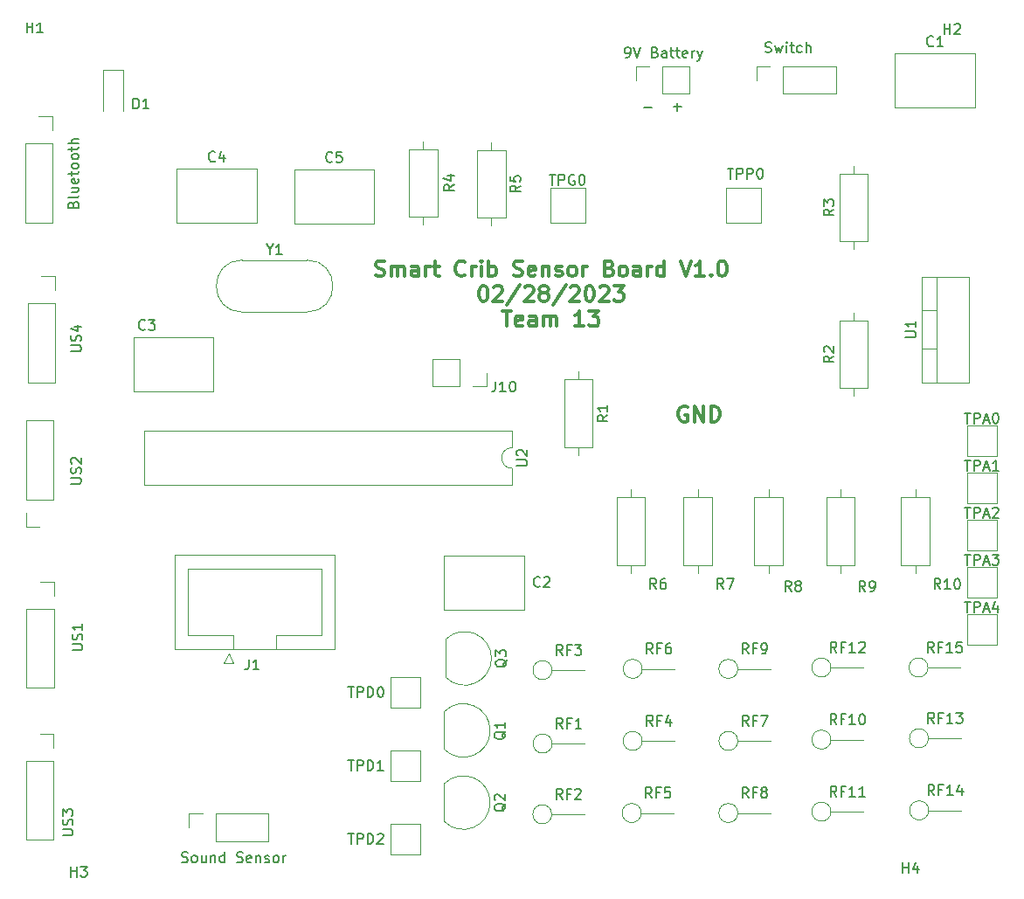
<source format=gto>
G04 #@! TF.GenerationSoftware,KiCad,Pcbnew,(6.0.10-0)*
G04 #@! TF.CreationDate,2023-03-02T00:17:39-06:00*
G04 #@! TF.ProjectId,445_board,3434355f-626f-4617-9264-2e6b69636164,rev?*
G04 #@! TF.SameCoordinates,Original*
G04 #@! TF.FileFunction,Legend,Top*
G04 #@! TF.FilePolarity,Positive*
%FSLAX46Y46*%
G04 Gerber Fmt 4.6, Leading zero omitted, Abs format (unit mm)*
G04 Created by KiCad (PCBNEW (6.0.10-0)) date 2023-03-02 00:17:39*
%MOMM*%
%LPD*%
G01*
G04 APERTURE LIST*
%ADD10C,0.300000*%
%ADD11C,0.150000*%
%ADD12C,0.120000*%
G04 APERTURE END LIST*
D10*
X141400000Y-85592142D02*
X141614285Y-85663571D01*
X141971428Y-85663571D01*
X142114285Y-85592142D01*
X142185714Y-85520714D01*
X142257142Y-85377857D01*
X142257142Y-85235000D01*
X142185714Y-85092142D01*
X142114285Y-85020714D01*
X141971428Y-84949285D01*
X141685714Y-84877857D01*
X141542857Y-84806428D01*
X141471428Y-84735000D01*
X141400000Y-84592142D01*
X141400000Y-84449285D01*
X141471428Y-84306428D01*
X141542857Y-84235000D01*
X141685714Y-84163571D01*
X142042857Y-84163571D01*
X142257142Y-84235000D01*
X142900000Y-85663571D02*
X142900000Y-84663571D01*
X142900000Y-84806428D02*
X142971428Y-84735000D01*
X143114285Y-84663571D01*
X143328571Y-84663571D01*
X143471428Y-84735000D01*
X143542857Y-84877857D01*
X143542857Y-85663571D01*
X143542857Y-84877857D02*
X143614285Y-84735000D01*
X143757142Y-84663571D01*
X143971428Y-84663571D01*
X144114285Y-84735000D01*
X144185714Y-84877857D01*
X144185714Y-85663571D01*
X145542857Y-85663571D02*
X145542857Y-84877857D01*
X145471428Y-84735000D01*
X145328571Y-84663571D01*
X145042857Y-84663571D01*
X144900000Y-84735000D01*
X145542857Y-85592142D02*
X145400000Y-85663571D01*
X145042857Y-85663571D01*
X144900000Y-85592142D01*
X144828571Y-85449285D01*
X144828571Y-85306428D01*
X144900000Y-85163571D01*
X145042857Y-85092142D01*
X145400000Y-85092142D01*
X145542857Y-85020714D01*
X146257142Y-85663571D02*
X146257142Y-84663571D01*
X146257142Y-84949285D02*
X146328571Y-84806428D01*
X146400000Y-84735000D01*
X146542857Y-84663571D01*
X146685714Y-84663571D01*
X146971428Y-84663571D02*
X147542857Y-84663571D01*
X147185714Y-84163571D02*
X147185714Y-85449285D01*
X147257142Y-85592142D01*
X147400000Y-85663571D01*
X147542857Y-85663571D01*
X150042857Y-85520714D02*
X149971428Y-85592142D01*
X149757142Y-85663571D01*
X149614285Y-85663571D01*
X149400000Y-85592142D01*
X149257142Y-85449285D01*
X149185714Y-85306428D01*
X149114285Y-85020714D01*
X149114285Y-84806428D01*
X149185714Y-84520714D01*
X149257142Y-84377857D01*
X149400000Y-84235000D01*
X149614285Y-84163571D01*
X149757142Y-84163571D01*
X149971428Y-84235000D01*
X150042857Y-84306428D01*
X150685714Y-85663571D02*
X150685714Y-84663571D01*
X150685714Y-84949285D02*
X150757142Y-84806428D01*
X150828571Y-84735000D01*
X150971428Y-84663571D01*
X151114285Y-84663571D01*
X151614285Y-85663571D02*
X151614285Y-84663571D01*
X151614285Y-84163571D02*
X151542857Y-84235000D01*
X151614285Y-84306428D01*
X151685714Y-84235000D01*
X151614285Y-84163571D01*
X151614285Y-84306428D01*
X152328571Y-85663571D02*
X152328571Y-84163571D01*
X152328571Y-84735000D02*
X152471428Y-84663571D01*
X152757142Y-84663571D01*
X152900000Y-84735000D01*
X152971428Y-84806428D01*
X153042857Y-84949285D01*
X153042857Y-85377857D01*
X152971428Y-85520714D01*
X152900000Y-85592142D01*
X152757142Y-85663571D01*
X152471428Y-85663571D01*
X152328571Y-85592142D01*
X154757142Y-85592142D02*
X154971428Y-85663571D01*
X155328571Y-85663571D01*
X155471428Y-85592142D01*
X155542857Y-85520714D01*
X155614285Y-85377857D01*
X155614285Y-85235000D01*
X155542857Y-85092142D01*
X155471428Y-85020714D01*
X155328571Y-84949285D01*
X155042857Y-84877857D01*
X154900000Y-84806428D01*
X154828571Y-84735000D01*
X154757142Y-84592142D01*
X154757142Y-84449285D01*
X154828571Y-84306428D01*
X154900000Y-84235000D01*
X155042857Y-84163571D01*
X155400000Y-84163571D01*
X155614285Y-84235000D01*
X156828571Y-85592142D02*
X156685714Y-85663571D01*
X156400000Y-85663571D01*
X156257142Y-85592142D01*
X156185714Y-85449285D01*
X156185714Y-84877857D01*
X156257142Y-84735000D01*
X156400000Y-84663571D01*
X156685714Y-84663571D01*
X156828571Y-84735000D01*
X156900000Y-84877857D01*
X156900000Y-85020714D01*
X156185714Y-85163571D01*
X157542857Y-84663571D02*
X157542857Y-85663571D01*
X157542857Y-84806428D02*
X157614285Y-84735000D01*
X157757142Y-84663571D01*
X157971428Y-84663571D01*
X158114285Y-84735000D01*
X158185714Y-84877857D01*
X158185714Y-85663571D01*
X158828571Y-85592142D02*
X158971428Y-85663571D01*
X159257142Y-85663571D01*
X159400000Y-85592142D01*
X159471428Y-85449285D01*
X159471428Y-85377857D01*
X159400000Y-85235000D01*
X159257142Y-85163571D01*
X159042857Y-85163571D01*
X158900000Y-85092142D01*
X158828571Y-84949285D01*
X158828571Y-84877857D01*
X158900000Y-84735000D01*
X159042857Y-84663571D01*
X159257142Y-84663571D01*
X159400000Y-84735000D01*
X160328571Y-85663571D02*
X160185714Y-85592142D01*
X160114285Y-85520714D01*
X160042857Y-85377857D01*
X160042857Y-84949285D01*
X160114285Y-84806428D01*
X160185714Y-84735000D01*
X160328571Y-84663571D01*
X160542857Y-84663571D01*
X160685714Y-84735000D01*
X160757142Y-84806428D01*
X160828571Y-84949285D01*
X160828571Y-85377857D01*
X160757142Y-85520714D01*
X160685714Y-85592142D01*
X160542857Y-85663571D01*
X160328571Y-85663571D01*
X161471428Y-85663571D02*
X161471428Y-84663571D01*
X161471428Y-84949285D02*
X161542857Y-84806428D01*
X161614285Y-84735000D01*
X161757142Y-84663571D01*
X161900000Y-84663571D01*
X164042857Y-84877857D02*
X164257142Y-84949285D01*
X164328571Y-85020714D01*
X164400000Y-85163571D01*
X164400000Y-85377857D01*
X164328571Y-85520714D01*
X164257142Y-85592142D01*
X164114285Y-85663571D01*
X163542857Y-85663571D01*
X163542857Y-84163571D01*
X164042857Y-84163571D01*
X164185714Y-84235000D01*
X164257142Y-84306428D01*
X164328571Y-84449285D01*
X164328571Y-84592142D01*
X164257142Y-84735000D01*
X164185714Y-84806428D01*
X164042857Y-84877857D01*
X163542857Y-84877857D01*
X165257142Y-85663571D02*
X165114285Y-85592142D01*
X165042857Y-85520714D01*
X164971428Y-85377857D01*
X164971428Y-84949285D01*
X165042857Y-84806428D01*
X165114285Y-84735000D01*
X165257142Y-84663571D01*
X165471428Y-84663571D01*
X165614285Y-84735000D01*
X165685714Y-84806428D01*
X165757142Y-84949285D01*
X165757142Y-85377857D01*
X165685714Y-85520714D01*
X165614285Y-85592142D01*
X165471428Y-85663571D01*
X165257142Y-85663571D01*
X167042857Y-85663571D02*
X167042857Y-84877857D01*
X166971428Y-84735000D01*
X166828571Y-84663571D01*
X166542857Y-84663571D01*
X166400000Y-84735000D01*
X167042857Y-85592142D02*
X166900000Y-85663571D01*
X166542857Y-85663571D01*
X166400000Y-85592142D01*
X166328571Y-85449285D01*
X166328571Y-85306428D01*
X166400000Y-85163571D01*
X166542857Y-85092142D01*
X166900000Y-85092142D01*
X167042857Y-85020714D01*
X167757142Y-85663571D02*
X167757142Y-84663571D01*
X167757142Y-84949285D02*
X167828571Y-84806428D01*
X167900000Y-84735000D01*
X168042857Y-84663571D01*
X168185714Y-84663571D01*
X169328571Y-85663571D02*
X169328571Y-84163571D01*
X169328571Y-85592142D02*
X169185714Y-85663571D01*
X168900000Y-85663571D01*
X168757142Y-85592142D01*
X168685714Y-85520714D01*
X168614285Y-85377857D01*
X168614285Y-84949285D01*
X168685714Y-84806428D01*
X168757142Y-84735000D01*
X168900000Y-84663571D01*
X169185714Y-84663571D01*
X169328571Y-84735000D01*
X170971428Y-84163571D02*
X171471428Y-85663571D01*
X171971428Y-84163571D01*
X173257142Y-85663571D02*
X172400000Y-85663571D01*
X172828571Y-85663571D02*
X172828571Y-84163571D01*
X172685714Y-84377857D01*
X172542857Y-84520714D01*
X172400000Y-84592142D01*
X173900000Y-85520714D02*
X173971428Y-85592142D01*
X173900000Y-85663571D01*
X173828571Y-85592142D01*
X173900000Y-85520714D01*
X173900000Y-85663571D01*
X174900000Y-84163571D02*
X175042857Y-84163571D01*
X175185714Y-84235000D01*
X175257142Y-84306428D01*
X175328571Y-84449285D01*
X175400000Y-84735000D01*
X175400000Y-85092142D01*
X175328571Y-85377857D01*
X175257142Y-85520714D01*
X175185714Y-85592142D01*
X175042857Y-85663571D01*
X174900000Y-85663571D01*
X174757142Y-85592142D01*
X174685714Y-85520714D01*
X174614285Y-85377857D01*
X174542857Y-85092142D01*
X174542857Y-84735000D01*
X174614285Y-84449285D01*
X174685714Y-84306428D01*
X174757142Y-84235000D01*
X174900000Y-84163571D01*
X151757142Y-86578571D02*
X151900000Y-86578571D01*
X152042857Y-86650000D01*
X152114285Y-86721428D01*
X152185714Y-86864285D01*
X152257142Y-87150000D01*
X152257142Y-87507142D01*
X152185714Y-87792857D01*
X152114285Y-87935714D01*
X152042857Y-88007142D01*
X151900000Y-88078571D01*
X151757142Y-88078571D01*
X151614285Y-88007142D01*
X151542857Y-87935714D01*
X151471428Y-87792857D01*
X151400000Y-87507142D01*
X151400000Y-87150000D01*
X151471428Y-86864285D01*
X151542857Y-86721428D01*
X151614285Y-86650000D01*
X151757142Y-86578571D01*
X152828571Y-86721428D02*
X152900000Y-86650000D01*
X153042857Y-86578571D01*
X153400000Y-86578571D01*
X153542857Y-86650000D01*
X153614285Y-86721428D01*
X153685714Y-86864285D01*
X153685714Y-87007142D01*
X153614285Y-87221428D01*
X152757142Y-88078571D01*
X153685714Y-88078571D01*
X155400000Y-86507142D02*
X154114285Y-88435714D01*
X155828571Y-86721428D02*
X155900000Y-86650000D01*
X156042857Y-86578571D01*
X156400000Y-86578571D01*
X156542857Y-86650000D01*
X156614285Y-86721428D01*
X156685714Y-86864285D01*
X156685714Y-87007142D01*
X156614285Y-87221428D01*
X155757142Y-88078571D01*
X156685714Y-88078571D01*
X157542857Y-87221428D02*
X157400000Y-87150000D01*
X157328571Y-87078571D01*
X157257142Y-86935714D01*
X157257142Y-86864285D01*
X157328571Y-86721428D01*
X157400000Y-86650000D01*
X157542857Y-86578571D01*
X157828571Y-86578571D01*
X157971428Y-86650000D01*
X158042857Y-86721428D01*
X158114285Y-86864285D01*
X158114285Y-86935714D01*
X158042857Y-87078571D01*
X157971428Y-87150000D01*
X157828571Y-87221428D01*
X157542857Y-87221428D01*
X157400000Y-87292857D01*
X157328571Y-87364285D01*
X157257142Y-87507142D01*
X157257142Y-87792857D01*
X157328571Y-87935714D01*
X157400000Y-88007142D01*
X157542857Y-88078571D01*
X157828571Y-88078571D01*
X157971428Y-88007142D01*
X158042857Y-87935714D01*
X158114285Y-87792857D01*
X158114285Y-87507142D01*
X158042857Y-87364285D01*
X157971428Y-87292857D01*
X157828571Y-87221428D01*
X159828571Y-86507142D02*
X158542857Y-88435714D01*
X160257142Y-86721428D02*
X160328571Y-86650000D01*
X160471428Y-86578571D01*
X160828571Y-86578571D01*
X160971428Y-86650000D01*
X161042857Y-86721428D01*
X161114285Y-86864285D01*
X161114285Y-87007142D01*
X161042857Y-87221428D01*
X160185714Y-88078571D01*
X161114285Y-88078571D01*
X162042857Y-86578571D02*
X162185714Y-86578571D01*
X162328571Y-86650000D01*
X162400000Y-86721428D01*
X162471428Y-86864285D01*
X162542857Y-87150000D01*
X162542857Y-87507142D01*
X162471428Y-87792857D01*
X162400000Y-87935714D01*
X162328571Y-88007142D01*
X162185714Y-88078571D01*
X162042857Y-88078571D01*
X161900000Y-88007142D01*
X161828571Y-87935714D01*
X161757142Y-87792857D01*
X161685714Y-87507142D01*
X161685714Y-87150000D01*
X161757142Y-86864285D01*
X161828571Y-86721428D01*
X161900000Y-86650000D01*
X162042857Y-86578571D01*
X163114285Y-86721428D02*
X163185714Y-86650000D01*
X163328571Y-86578571D01*
X163685714Y-86578571D01*
X163828571Y-86650000D01*
X163900000Y-86721428D01*
X163971428Y-86864285D01*
X163971428Y-87007142D01*
X163900000Y-87221428D01*
X163042857Y-88078571D01*
X163971428Y-88078571D01*
X164471428Y-86578571D02*
X165400000Y-86578571D01*
X164900000Y-87150000D01*
X165114285Y-87150000D01*
X165257142Y-87221428D01*
X165328571Y-87292857D01*
X165400000Y-87435714D01*
X165400000Y-87792857D01*
X165328571Y-87935714D01*
X165257142Y-88007142D01*
X165114285Y-88078571D01*
X164685714Y-88078571D01*
X164542857Y-88007142D01*
X164471428Y-87935714D01*
X153650000Y-88993571D02*
X154507142Y-88993571D01*
X154078571Y-90493571D02*
X154078571Y-88993571D01*
X155578571Y-90422142D02*
X155435714Y-90493571D01*
X155150000Y-90493571D01*
X155007142Y-90422142D01*
X154935714Y-90279285D01*
X154935714Y-89707857D01*
X155007142Y-89565000D01*
X155150000Y-89493571D01*
X155435714Y-89493571D01*
X155578571Y-89565000D01*
X155650000Y-89707857D01*
X155650000Y-89850714D01*
X154935714Y-89993571D01*
X156935714Y-90493571D02*
X156935714Y-89707857D01*
X156864285Y-89565000D01*
X156721428Y-89493571D01*
X156435714Y-89493571D01*
X156292857Y-89565000D01*
X156935714Y-90422142D02*
X156792857Y-90493571D01*
X156435714Y-90493571D01*
X156292857Y-90422142D01*
X156221428Y-90279285D01*
X156221428Y-90136428D01*
X156292857Y-89993571D01*
X156435714Y-89922142D01*
X156792857Y-89922142D01*
X156935714Y-89850714D01*
X157650000Y-90493571D02*
X157650000Y-89493571D01*
X157650000Y-89636428D02*
X157721428Y-89565000D01*
X157864285Y-89493571D01*
X158078571Y-89493571D01*
X158221428Y-89565000D01*
X158292857Y-89707857D01*
X158292857Y-90493571D01*
X158292857Y-89707857D02*
X158364285Y-89565000D01*
X158507142Y-89493571D01*
X158721428Y-89493571D01*
X158864285Y-89565000D01*
X158935714Y-89707857D01*
X158935714Y-90493571D01*
X161578571Y-90493571D02*
X160721428Y-90493571D01*
X161150000Y-90493571D02*
X161150000Y-88993571D01*
X161007142Y-89207857D01*
X160864285Y-89350714D01*
X160721428Y-89422142D01*
X162078571Y-88993571D02*
X163007142Y-88993571D01*
X162507142Y-89565000D01*
X162721428Y-89565000D01*
X162864285Y-89636428D01*
X162935714Y-89707857D01*
X163007142Y-89850714D01*
X163007142Y-90207857D01*
X162935714Y-90350714D01*
X162864285Y-90422142D01*
X162721428Y-90493571D01*
X162292857Y-90493571D01*
X162150000Y-90422142D01*
X162078571Y-90350714D01*
X171577142Y-98310000D02*
X171434285Y-98238571D01*
X171220000Y-98238571D01*
X171005714Y-98310000D01*
X170862857Y-98452857D01*
X170791428Y-98595714D01*
X170720000Y-98881428D01*
X170720000Y-99095714D01*
X170791428Y-99381428D01*
X170862857Y-99524285D01*
X171005714Y-99667142D01*
X171220000Y-99738571D01*
X171362857Y-99738571D01*
X171577142Y-99667142D01*
X171648571Y-99595714D01*
X171648571Y-99095714D01*
X171362857Y-99095714D01*
X172291428Y-99738571D02*
X172291428Y-98238571D01*
X173148571Y-99738571D01*
X173148571Y-98238571D01*
X173862857Y-99738571D02*
X173862857Y-98238571D01*
X174220000Y-98238571D01*
X174434285Y-98310000D01*
X174577142Y-98452857D01*
X174648571Y-98595714D01*
X174720000Y-98881428D01*
X174720000Y-99095714D01*
X174648571Y-99381428D01*
X174577142Y-99524285D01*
X174434285Y-99667142D01*
X174220000Y-99738571D01*
X173862857Y-99738571D01*
D11*
X198461523Y-117192380D02*
X199032952Y-117192380D01*
X198747238Y-118192380D02*
X198747238Y-117192380D01*
X199366285Y-118192380D02*
X199366285Y-117192380D01*
X199747238Y-117192380D01*
X199842476Y-117240000D01*
X199890095Y-117287619D01*
X199937714Y-117382857D01*
X199937714Y-117525714D01*
X199890095Y-117620952D01*
X199842476Y-117668571D01*
X199747238Y-117716190D01*
X199366285Y-117716190D01*
X200318666Y-117906666D02*
X200794857Y-117906666D01*
X200223428Y-118192380D02*
X200556761Y-117192380D01*
X200890095Y-118192380D01*
X201652000Y-117525714D02*
X201652000Y-118192380D01*
X201413904Y-117144761D02*
X201175809Y-117859047D01*
X201794857Y-117859047D01*
X163858380Y-99099666D02*
X163382190Y-99433000D01*
X163858380Y-99671095D02*
X162858380Y-99671095D01*
X162858380Y-99290142D01*
X162906000Y-99194904D01*
X162953619Y-99147285D01*
X163048857Y-99099666D01*
X163191714Y-99099666D01*
X163286952Y-99147285D01*
X163334571Y-99194904D01*
X163382190Y-99290142D01*
X163382190Y-99671095D01*
X163858380Y-98147285D02*
X163858380Y-98718714D01*
X163858380Y-98433000D02*
X162858380Y-98433000D01*
X163001238Y-98528238D01*
X163096476Y-98623476D01*
X163144095Y-98718714D01*
X148992380Y-76766666D02*
X148516190Y-77100000D01*
X148992380Y-77338095D02*
X147992380Y-77338095D01*
X147992380Y-76957142D01*
X148040000Y-76861904D01*
X148087619Y-76814285D01*
X148182857Y-76766666D01*
X148325714Y-76766666D01*
X148420952Y-76814285D01*
X148468571Y-76861904D01*
X148516190Y-76957142D01*
X148516190Y-77338095D01*
X148325714Y-75909523D02*
X148992380Y-75909523D01*
X147944761Y-76147619D02*
X148659047Y-76385714D01*
X148659047Y-75766666D01*
X125817333Y-74458142D02*
X125769714Y-74505761D01*
X125626857Y-74553380D01*
X125531619Y-74553380D01*
X125388761Y-74505761D01*
X125293523Y-74410523D01*
X125245904Y-74315285D01*
X125198285Y-74124809D01*
X125198285Y-73981952D01*
X125245904Y-73791476D01*
X125293523Y-73696238D01*
X125388761Y-73601000D01*
X125531619Y-73553380D01*
X125626857Y-73553380D01*
X125769714Y-73601000D01*
X125817333Y-73648619D01*
X126674476Y-73886714D02*
X126674476Y-74553380D01*
X126436380Y-73505761D02*
X126198285Y-74220047D01*
X126817333Y-74220047D01*
X159474761Y-136327380D02*
X159141428Y-135851190D01*
X158903333Y-136327380D02*
X158903333Y-135327380D01*
X159284285Y-135327380D01*
X159379523Y-135375000D01*
X159427142Y-135422619D01*
X159474761Y-135517857D01*
X159474761Y-135660714D01*
X159427142Y-135755952D01*
X159379523Y-135803571D01*
X159284285Y-135851190D01*
X158903333Y-135851190D01*
X160236666Y-135803571D02*
X159903333Y-135803571D01*
X159903333Y-136327380D02*
X159903333Y-135327380D01*
X160379523Y-135327380D01*
X160712857Y-135422619D02*
X160760476Y-135375000D01*
X160855714Y-135327380D01*
X161093809Y-135327380D01*
X161189047Y-135375000D01*
X161236666Y-135422619D01*
X161284285Y-135517857D01*
X161284285Y-135613095D01*
X161236666Y-135755952D01*
X160665238Y-136327380D01*
X161284285Y-136327380D01*
X157313333Y-115673142D02*
X157265714Y-115720761D01*
X157122857Y-115768380D01*
X157027619Y-115768380D01*
X156884761Y-115720761D01*
X156789523Y-115625523D01*
X156741904Y-115530285D01*
X156694285Y-115339809D01*
X156694285Y-115196952D01*
X156741904Y-115006476D01*
X156789523Y-114911238D01*
X156884761Y-114816000D01*
X157027619Y-114768380D01*
X157122857Y-114768380D01*
X157265714Y-114816000D01*
X157313333Y-114863619D01*
X157694285Y-114863619D02*
X157741904Y-114816000D01*
X157837142Y-114768380D01*
X158075238Y-114768380D01*
X158170476Y-114816000D01*
X158218095Y-114863619D01*
X158265714Y-114958857D01*
X158265714Y-115054095D01*
X158218095Y-115196952D01*
X157646666Y-115768380D01*
X158265714Y-115768380D01*
X185788380Y-79160666D02*
X185312190Y-79494000D01*
X185788380Y-79732095D02*
X184788380Y-79732095D01*
X184788380Y-79351142D01*
X184836000Y-79255904D01*
X184883619Y-79208285D01*
X184978857Y-79160666D01*
X185121714Y-79160666D01*
X185216952Y-79208285D01*
X185264571Y-79255904D01*
X185312190Y-79351142D01*
X185312190Y-79732095D01*
X184788380Y-78827333D02*
X184788380Y-78208285D01*
X185169333Y-78541619D01*
X185169333Y-78398761D01*
X185216952Y-78303523D01*
X185264571Y-78255904D01*
X185359809Y-78208285D01*
X185597904Y-78208285D01*
X185693142Y-78255904D01*
X185740761Y-78303523D01*
X185788380Y-78398761D01*
X185788380Y-78684476D01*
X185740761Y-78779714D01*
X185693142Y-78827333D01*
X168140761Y-136200380D02*
X167807428Y-135724190D01*
X167569333Y-136200380D02*
X167569333Y-135200380D01*
X167950285Y-135200380D01*
X168045523Y-135248000D01*
X168093142Y-135295619D01*
X168140761Y-135390857D01*
X168140761Y-135533714D01*
X168093142Y-135628952D01*
X168045523Y-135676571D01*
X167950285Y-135724190D01*
X167569333Y-135724190D01*
X168902666Y-135676571D02*
X168569333Y-135676571D01*
X168569333Y-136200380D02*
X168569333Y-135200380D01*
X169045523Y-135200380D01*
X169902666Y-135200380D02*
X169426476Y-135200380D01*
X169378857Y-135676571D01*
X169426476Y-135628952D01*
X169521714Y-135581333D01*
X169759809Y-135581333D01*
X169855047Y-135628952D01*
X169902666Y-135676571D01*
X169950285Y-135771809D01*
X169950285Y-136009904D01*
X169902666Y-136105142D01*
X169855047Y-136152761D01*
X169759809Y-136200380D01*
X169521714Y-136200380D01*
X169426476Y-136152761D01*
X169378857Y-136105142D01*
X177508761Y-136200380D02*
X177175428Y-135724190D01*
X176937333Y-136200380D02*
X176937333Y-135200380D01*
X177318285Y-135200380D01*
X177413523Y-135248000D01*
X177461142Y-135295619D01*
X177508761Y-135390857D01*
X177508761Y-135533714D01*
X177461142Y-135628952D01*
X177413523Y-135676571D01*
X177318285Y-135724190D01*
X176937333Y-135724190D01*
X178270666Y-135676571D02*
X177937333Y-135676571D01*
X177937333Y-136200380D02*
X177937333Y-135200380D01*
X178413523Y-135200380D01*
X178937333Y-135628952D02*
X178842095Y-135581333D01*
X178794476Y-135533714D01*
X178746857Y-135438476D01*
X178746857Y-135390857D01*
X178794476Y-135295619D01*
X178842095Y-135248000D01*
X178937333Y-135200380D01*
X179127809Y-135200380D01*
X179223047Y-135248000D01*
X179270666Y-135295619D01*
X179318285Y-135390857D01*
X179318285Y-135438476D01*
X179270666Y-135533714D01*
X179223047Y-135581333D01*
X179127809Y-135628952D01*
X178937333Y-135628952D01*
X178842095Y-135676571D01*
X178794476Y-135724190D01*
X178746857Y-135819428D01*
X178746857Y-136009904D01*
X178794476Y-136105142D01*
X178842095Y-136152761D01*
X178937333Y-136200380D01*
X179127809Y-136200380D01*
X179223047Y-136152761D01*
X179270666Y-136105142D01*
X179318285Y-136009904D01*
X179318285Y-135819428D01*
X179270666Y-135724190D01*
X179223047Y-135676571D01*
X179127809Y-135628952D01*
X192438095Y-143452380D02*
X192438095Y-142452380D01*
X192438095Y-142928571D02*
X193009523Y-142928571D01*
X193009523Y-143452380D02*
X193009523Y-142452380D01*
X193914285Y-142785714D02*
X193914285Y-143452380D01*
X193676190Y-142404761D02*
X193438095Y-143119047D01*
X194057142Y-143119047D01*
X122600000Y-142404761D02*
X122742857Y-142452380D01*
X122980952Y-142452380D01*
X123076190Y-142404761D01*
X123123809Y-142357142D01*
X123171428Y-142261904D01*
X123171428Y-142166666D01*
X123123809Y-142071428D01*
X123076190Y-142023809D01*
X122980952Y-141976190D01*
X122790476Y-141928571D01*
X122695238Y-141880952D01*
X122647619Y-141833333D01*
X122600000Y-141738095D01*
X122600000Y-141642857D01*
X122647619Y-141547619D01*
X122695238Y-141500000D01*
X122790476Y-141452380D01*
X123028571Y-141452380D01*
X123171428Y-141500000D01*
X123742857Y-142452380D02*
X123647619Y-142404761D01*
X123600000Y-142357142D01*
X123552380Y-142261904D01*
X123552380Y-141976190D01*
X123600000Y-141880952D01*
X123647619Y-141833333D01*
X123742857Y-141785714D01*
X123885714Y-141785714D01*
X123980952Y-141833333D01*
X124028571Y-141880952D01*
X124076190Y-141976190D01*
X124076190Y-142261904D01*
X124028571Y-142357142D01*
X123980952Y-142404761D01*
X123885714Y-142452380D01*
X123742857Y-142452380D01*
X124933333Y-141785714D02*
X124933333Y-142452380D01*
X124504761Y-141785714D02*
X124504761Y-142309523D01*
X124552380Y-142404761D01*
X124647619Y-142452380D01*
X124790476Y-142452380D01*
X124885714Y-142404761D01*
X124933333Y-142357142D01*
X125409523Y-141785714D02*
X125409523Y-142452380D01*
X125409523Y-141880952D02*
X125457142Y-141833333D01*
X125552380Y-141785714D01*
X125695238Y-141785714D01*
X125790476Y-141833333D01*
X125838095Y-141928571D01*
X125838095Y-142452380D01*
X126742857Y-142452380D02*
X126742857Y-141452380D01*
X126742857Y-142404761D02*
X126647619Y-142452380D01*
X126457142Y-142452380D01*
X126361904Y-142404761D01*
X126314285Y-142357142D01*
X126266666Y-142261904D01*
X126266666Y-141976190D01*
X126314285Y-141880952D01*
X126361904Y-141833333D01*
X126457142Y-141785714D01*
X126647619Y-141785714D01*
X126742857Y-141833333D01*
X127933333Y-142404761D02*
X128076190Y-142452380D01*
X128314285Y-142452380D01*
X128409523Y-142404761D01*
X128457142Y-142357142D01*
X128504761Y-142261904D01*
X128504761Y-142166666D01*
X128457142Y-142071428D01*
X128409523Y-142023809D01*
X128314285Y-141976190D01*
X128123809Y-141928571D01*
X128028571Y-141880952D01*
X127980952Y-141833333D01*
X127933333Y-141738095D01*
X127933333Y-141642857D01*
X127980952Y-141547619D01*
X128028571Y-141500000D01*
X128123809Y-141452380D01*
X128361904Y-141452380D01*
X128504761Y-141500000D01*
X129314285Y-142404761D02*
X129219047Y-142452380D01*
X129028571Y-142452380D01*
X128933333Y-142404761D01*
X128885714Y-142309523D01*
X128885714Y-141928571D01*
X128933333Y-141833333D01*
X129028571Y-141785714D01*
X129219047Y-141785714D01*
X129314285Y-141833333D01*
X129361904Y-141928571D01*
X129361904Y-142023809D01*
X128885714Y-142119047D01*
X129790476Y-141785714D02*
X129790476Y-142452380D01*
X129790476Y-141880952D02*
X129838095Y-141833333D01*
X129933333Y-141785714D01*
X130076190Y-141785714D01*
X130171428Y-141833333D01*
X130219047Y-141928571D01*
X130219047Y-142452380D01*
X130647619Y-142404761D02*
X130742857Y-142452380D01*
X130933333Y-142452380D01*
X131028571Y-142404761D01*
X131076190Y-142309523D01*
X131076190Y-142261904D01*
X131028571Y-142166666D01*
X130933333Y-142119047D01*
X130790476Y-142119047D01*
X130695238Y-142071428D01*
X130647619Y-141976190D01*
X130647619Y-141928571D01*
X130695238Y-141833333D01*
X130790476Y-141785714D01*
X130933333Y-141785714D01*
X131028571Y-141833333D01*
X131647619Y-142452380D02*
X131552380Y-142404761D01*
X131504761Y-142357142D01*
X131457142Y-142261904D01*
X131457142Y-141976190D01*
X131504761Y-141880952D01*
X131552380Y-141833333D01*
X131647619Y-141785714D01*
X131790476Y-141785714D01*
X131885714Y-141833333D01*
X131933333Y-141880952D01*
X131980952Y-141976190D01*
X131980952Y-142261904D01*
X131933333Y-142357142D01*
X131885714Y-142404761D01*
X131790476Y-142452380D01*
X131647619Y-142452380D01*
X132409523Y-142452380D02*
X132409523Y-141785714D01*
X132409523Y-141976190D02*
X132457142Y-141880952D01*
X132504761Y-141833333D01*
X132600000Y-141785714D01*
X132695238Y-141785714D01*
X186049571Y-129088380D02*
X185716238Y-128612190D01*
X185478142Y-129088380D02*
X185478142Y-128088380D01*
X185859095Y-128088380D01*
X185954333Y-128136000D01*
X186001952Y-128183619D01*
X186049571Y-128278857D01*
X186049571Y-128421714D01*
X186001952Y-128516952D01*
X185954333Y-128564571D01*
X185859095Y-128612190D01*
X185478142Y-128612190D01*
X186811476Y-128564571D02*
X186478142Y-128564571D01*
X186478142Y-129088380D02*
X186478142Y-128088380D01*
X186954333Y-128088380D01*
X187859095Y-129088380D02*
X187287666Y-129088380D01*
X187573380Y-129088380D02*
X187573380Y-128088380D01*
X187478142Y-128231238D01*
X187382904Y-128326476D01*
X187287666Y-128374095D01*
X188478142Y-128088380D02*
X188573380Y-128088380D01*
X188668619Y-128136000D01*
X188716238Y-128183619D01*
X188763857Y-128278857D01*
X188811476Y-128469333D01*
X188811476Y-128707428D01*
X188763857Y-128897904D01*
X188716238Y-128993142D01*
X188668619Y-129040761D01*
X188573380Y-129088380D01*
X188478142Y-129088380D01*
X188382904Y-129040761D01*
X188335285Y-128993142D01*
X188287666Y-128897904D01*
X188240047Y-128707428D01*
X188240047Y-128469333D01*
X188287666Y-128278857D01*
X188335285Y-128183619D01*
X188382904Y-128136000D01*
X188478142Y-128088380D01*
X119033333Y-90757142D02*
X118985714Y-90804761D01*
X118842857Y-90852380D01*
X118747619Y-90852380D01*
X118604761Y-90804761D01*
X118509523Y-90709523D01*
X118461904Y-90614285D01*
X118414285Y-90423809D01*
X118414285Y-90280952D01*
X118461904Y-90090476D01*
X118509523Y-89995238D01*
X118604761Y-89900000D01*
X118747619Y-89852380D01*
X118842857Y-89852380D01*
X118985714Y-89900000D01*
X119033333Y-89947619D01*
X119366666Y-89852380D02*
X119985714Y-89852380D01*
X119652380Y-90233333D01*
X119795238Y-90233333D01*
X119890476Y-90280952D01*
X119938095Y-90328571D01*
X119985714Y-90423809D01*
X119985714Y-90661904D01*
X119938095Y-90757142D01*
X119890476Y-90804761D01*
X119795238Y-90852380D01*
X119509523Y-90852380D01*
X119414285Y-90804761D01*
X119366666Y-90757142D01*
X111847380Y-92932095D02*
X112656904Y-92932095D01*
X112752142Y-92884476D01*
X112799761Y-92836857D01*
X112847380Y-92741619D01*
X112847380Y-92551142D01*
X112799761Y-92455904D01*
X112752142Y-92408285D01*
X112656904Y-92360666D01*
X111847380Y-92360666D01*
X112799761Y-91932095D02*
X112847380Y-91789238D01*
X112847380Y-91551142D01*
X112799761Y-91455904D01*
X112752142Y-91408285D01*
X112656904Y-91360666D01*
X112561666Y-91360666D01*
X112466428Y-91408285D01*
X112418809Y-91455904D01*
X112371190Y-91551142D01*
X112323571Y-91741619D01*
X112275952Y-91836857D01*
X112228333Y-91884476D01*
X112133095Y-91932095D01*
X112037857Y-91932095D01*
X111942619Y-91884476D01*
X111895000Y-91836857D01*
X111847380Y-91741619D01*
X111847380Y-91503523D01*
X111895000Y-91360666D01*
X112180714Y-90503523D02*
X112847380Y-90503523D01*
X111799761Y-90741619D02*
X112514047Y-90979714D01*
X112514047Y-90360666D01*
X179141714Y-63904761D02*
X179284571Y-63952380D01*
X179522666Y-63952380D01*
X179617904Y-63904761D01*
X179665523Y-63857142D01*
X179713142Y-63761904D01*
X179713142Y-63666666D01*
X179665523Y-63571428D01*
X179617904Y-63523809D01*
X179522666Y-63476190D01*
X179332190Y-63428571D01*
X179236952Y-63380952D01*
X179189333Y-63333333D01*
X179141714Y-63238095D01*
X179141714Y-63142857D01*
X179189333Y-63047619D01*
X179236952Y-63000000D01*
X179332190Y-62952380D01*
X179570285Y-62952380D01*
X179713142Y-63000000D01*
X180046476Y-63285714D02*
X180236952Y-63952380D01*
X180427428Y-63476190D01*
X180617904Y-63952380D01*
X180808380Y-63285714D01*
X181189333Y-63952380D02*
X181189333Y-63285714D01*
X181189333Y-62952380D02*
X181141714Y-63000000D01*
X181189333Y-63047619D01*
X181236952Y-63000000D01*
X181189333Y-62952380D01*
X181189333Y-63047619D01*
X181522666Y-63285714D02*
X181903619Y-63285714D01*
X181665523Y-62952380D02*
X181665523Y-63809523D01*
X181713142Y-63904761D01*
X181808380Y-63952380D01*
X181903619Y-63952380D01*
X182665523Y-63904761D02*
X182570285Y-63952380D01*
X182379809Y-63952380D01*
X182284571Y-63904761D01*
X182236952Y-63857142D01*
X182189333Y-63761904D01*
X182189333Y-63476190D01*
X182236952Y-63380952D01*
X182284571Y-63333333D01*
X182379809Y-63285714D01*
X182570285Y-63285714D01*
X182665523Y-63333333D01*
X183094095Y-63952380D02*
X183094095Y-62952380D01*
X183522666Y-63952380D02*
X183522666Y-63428571D01*
X183475047Y-63333333D01*
X183379809Y-63285714D01*
X183236952Y-63285714D01*
X183141714Y-63333333D01*
X183094095Y-63380952D01*
X131113809Y-83051190D02*
X131113809Y-83527380D01*
X130780476Y-82527380D02*
X131113809Y-83051190D01*
X131447142Y-82527380D01*
X132304285Y-83527380D02*
X131732857Y-83527380D01*
X132018571Y-83527380D02*
X132018571Y-82527380D01*
X131923333Y-82670238D01*
X131828095Y-82765476D01*
X131732857Y-82813095D01*
X158220095Y-75804380D02*
X158791523Y-75804380D01*
X158505809Y-76804380D02*
X158505809Y-75804380D01*
X159124857Y-76804380D02*
X159124857Y-75804380D01*
X159505809Y-75804380D01*
X159601047Y-75852000D01*
X159648666Y-75899619D01*
X159696285Y-75994857D01*
X159696285Y-76137714D01*
X159648666Y-76232952D01*
X159601047Y-76280571D01*
X159505809Y-76328190D01*
X159124857Y-76328190D01*
X160648666Y-75852000D02*
X160553428Y-75804380D01*
X160410571Y-75804380D01*
X160267714Y-75852000D01*
X160172476Y-75947238D01*
X160124857Y-76042476D01*
X160077238Y-76232952D01*
X160077238Y-76375809D01*
X160124857Y-76566285D01*
X160172476Y-76661523D01*
X160267714Y-76756761D01*
X160410571Y-76804380D01*
X160505809Y-76804380D01*
X160648666Y-76756761D01*
X160696285Y-76709142D01*
X160696285Y-76375809D01*
X160505809Y-76375809D01*
X161315333Y-75804380D02*
X161410571Y-75804380D01*
X161505809Y-75852000D01*
X161553428Y-75899619D01*
X161601047Y-75994857D01*
X161648666Y-76185333D01*
X161648666Y-76423428D01*
X161601047Y-76613904D01*
X161553428Y-76709142D01*
X161505809Y-76756761D01*
X161410571Y-76804380D01*
X161315333Y-76804380D01*
X161220095Y-76756761D01*
X161172476Y-76709142D01*
X161124857Y-76613904D01*
X161077238Y-76423428D01*
X161077238Y-76185333D01*
X161124857Y-75994857D01*
X161172476Y-75899619D01*
X161220095Y-75852000D01*
X161315333Y-75804380D01*
X195521571Y-135946380D02*
X195188238Y-135470190D01*
X194950142Y-135946380D02*
X194950142Y-134946380D01*
X195331095Y-134946380D01*
X195426333Y-134994000D01*
X195473952Y-135041619D01*
X195521571Y-135136857D01*
X195521571Y-135279714D01*
X195473952Y-135374952D01*
X195426333Y-135422571D01*
X195331095Y-135470190D01*
X194950142Y-135470190D01*
X196283476Y-135422571D02*
X195950142Y-135422571D01*
X195950142Y-135946380D02*
X195950142Y-134946380D01*
X196426333Y-134946380D01*
X197331095Y-135946380D02*
X196759666Y-135946380D01*
X197045380Y-135946380D02*
X197045380Y-134946380D01*
X196950142Y-135089238D01*
X196854904Y-135184476D01*
X196759666Y-135232095D01*
X198188238Y-135279714D02*
X198188238Y-135946380D01*
X197950142Y-134898761D02*
X197712047Y-135613047D01*
X198331095Y-135613047D01*
X138700095Y-125436380D02*
X139271523Y-125436380D01*
X138985809Y-126436380D02*
X138985809Y-125436380D01*
X139604857Y-126436380D02*
X139604857Y-125436380D01*
X139985809Y-125436380D01*
X140081047Y-125484000D01*
X140128666Y-125531619D01*
X140176285Y-125626857D01*
X140176285Y-125769714D01*
X140128666Y-125864952D01*
X140081047Y-125912571D01*
X139985809Y-125960190D01*
X139604857Y-125960190D01*
X140604857Y-126436380D02*
X140604857Y-125436380D01*
X140842952Y-125436380D01*
X140985809Y-125484000D01*
X141081047Y-125579238D01*
X141128666Y-125674476D01*
X141176285Y-125864952D01*
X141176285Y-126007809D01*
X141128666Y-126198285D01*
X141081047Y-126293523D01*
X140985809Y-126388761D01*
X140842952Y-126436380D01*
X140604857Y-126436380D01*
X141795333Y-125436380D02*
X141890571Y-125436380D01*
X141985809Y-125484000D01*
X142033428Y-125531619D01*
X142081047Y-125626857D01*
X142128666Y-125817333D01*
X142128666Y-126055428D01*
X142081047Y-126245904D01*
X142033428Y-126341142D01*
X141985809Y-126388761D01*
X141890571Y-126436380D01*
X141795333Y-126436380D01*
X141700095Y-126388761D01*
X141652476Y-126341142D01*
X141604857Y-126245904D01*
X141557238Y-126055428D01*
X141557238Y-125817333D01*
X141604857Y-125626857D01*
X141652476Y-125531619D01*
X141700095Y-125484000D01*
X141795333Y-125436380D01*
X159494761Y-122357380D02*
X159161428Y-121881190D01*
X158923333Y-122357380D02*
X158923333Y-121357380D01*
X159304285Y-121357380D01*
X159399523Y-121405000D01*
X159447142Y-121452619D01*
X159494761Y-121547857D01*
X159494761Y-121690714D01*
X159447142Y-121785952D01*
X159399523Y-121833571D01*
X159304285Y-121881190D01*
X158923333Y-121881190D01*
X160256666Y-121833571D02*
X159923333Y-121833571D01*
X159923333Y-122357380D02*
X159923333Y-121357380D01*
X160399523Y-121357380D01*
X160685238Y-121357380D02*
X161304285Y-121357380D01*
X160970952Y-121738333D01*
X161113809Y-121738333D01*
X161209047Y-121785952D01*
X161256666Y-121833571D01*
X161304285Y-121928809D01*
X161304285Y-122166904D01*
X161256666Y-122262142D01*
X161209047Y-122309761D01*
X161113809Y-122357380D01*
X160828095Y-122357380D01*
X160732857Y-122309761D01*
X160685238Y-122262142D01*
X177508761Y-122230380D02*
X177175428Y-121754190D01*
X176937333Y-122230380D02*
X176937333Y-121230380D01*
X177318285Y-121230380D01*
X177413523Y-121278000D01*
X177461142Y-121325619D01*
X177508761Y-121420857D01*
X177508761Y-121563714D01*
X177461142Y-121658952D01*
X177413523Y-121706571D01*
X177318285Y-121754190D01*
X176937333Y-121754190D01*
X178270666Y-121706571D02*
X177937333Y-121706571D01*
X177937333Y-122230380D02*
X177937333Y-121230380D01*
X178413523Y-121230380D01*
X178842095Y-122230380D02*
X179032571Y-122230380D01*
X179127809Y-122182761D01*
X179175428Y-122135142D01*
X179270666Y-121992285D01*
X179318285Y-121801809D01*
X179318285Y-121420857D01*
X179270666Y-121325619D01*
X179223047Y-121278000D01*
X179127809Y-121230380D01*
X178937333Y-121230380D01*
X178842095Y-121278000D01*
X178794476Y-121325619D01*
X178746857Y-121420857D01*
X178746857Y-121658952D01*
X178794476Y-121754190D01*
X178842095Y-121801809D01*
X178937333Y-121849428D01*
X179127809Y-121849428D01*
X179223047Y-121801809D01*
X179270666Y-121754190D01*
X179318285Y-121658952D01*
X111838095Y-143852380D02*
X111838095Y-142852380D01*
X111838095Y-143328571D02*
X112409523Y-143328571D01*
X112409523Y-143852380D02*
X112409523Y-142852380D01*
X112790476Y-142852380D02*
X113409523Y-142852380D01*
X113076190Y-143233333D01*
X113219047Y-143233333D01*
X113314285Y-143280952D01*
X113361904Y-143328571D01*
X113409523Y-143423809D01*
X113409523Y-143661904D01*
X113361904Y-143757142D01*
X113314285Y-143804761D01*
X113219047Y-143852380D01*
X112933333Y-143852380D01*
X112838095Y-143804761D01*
X112790476Y-143757142D01*
X168237761Y-129215380D02*
X167904428Y-128739190D01*
X167666333Y-129215380D02*
X167666333Y-128215380D01*
X168047285Y-128215380D01*
X168142523Y-128263000D01*
X168190142Y-128310619D01*
X168237761Y-128405857D01*
X168237761Y-128548714D01*
X168190142Y-128643952D01*
X168142523Y-128691571D01*
X168047285Y-128739190D01*
X167666333Y-128739190D01*
X168999666Y-128691571D02*
X168666333Y-128691571D01*
X168666333Y-129215380D02*
X168666333Y-128215380D01*
X169142523Y-128215380D01*
X169952047Y-128548714D02*
X169952047Y-129215380D01*
X169713952Y-128167761D02*
X169475857Y-128882047D01*
X170094904Y-128882047D01*
X195501571Y-128961380D02*
X195168238Y-128485190D01*
X194930142Y-128961380D02*
X194930142Y-127961380D01*
X195311095Y-127961380D01*
X195406333Y-128009000D01*
X195453952Y-128056619D01*
X195501571Y-128151857D01*
X195501571Y-128294714D01*
X195453952Y-128389952D01*
X195406333Y-128437571D01*
X195311095Y-128485190D01*
X194930142Y-128485190D01*
X196263476Y-128437571D02*
X195930142Y-128437571D01*
X195930142Y-128961380D02*
X195930142Y-127961380D01*
X196406333Y-127961380D01*
X197311095Y-128961380D02*
X196739666Y-128961380D01*
X197025380Y-128961380D02*
X197025380Y-127961380D01*
X196930142Y-128104238D01*
X196834904Y-128199476D01*
X196739666Y-128247095D01*
X197644428Y-127961380D02*
X198263476Y-127961380D01*
X197930142Y-128342333D01*
X198073000Y-128342333D01*
X198168238Y-128389952D01*
X198215857Y-128437571D01*
X198263476Y-128532809D01*
X198263476Y-128770904D01*
X198215857Y-128866142D01*
X198168238Y-128913761D01*
X198073000Y-128961380D01*
X197787285Y-128961380D01*
X197692047Y-128913761D01*
X197644428Y-128866142D01*
X198461523Y-112620380D02*
X199032952Y-112620380D01*
X198747238Y-113620380D02*
X198747238Y-112620380D01*
X199366285Y-113620380D02*
X199366285Y-112620380D01*
X199747238Y-112620380D01*
X199842476Y-112668000D01*
X199890095Y-112715619D01*
X199937714Y-112810857D01*
X199937714Y-112953714D01*
X199890095Y-113048952D01*
X199842476Y-113096571D01*
X199747238Y-113144190D01*
X199366285Y-113144190D01*
X200318666Y-113334666D02*
X200794857Y-113334666D01*
X200223428Y-113620380D02*
X200556761Y-112620380D01*
X200890095Y-113620380D01*
X201128190Y-112620380D02*
X201747238Y-112620380D01*
X201413904Y-113001333D01*
X201556761Y-113001333D01*
X201652000Y-113048952D01*
X201699619Y-113096571D01*
X201747238Y-113191809D01*
X201747238Y-113429904D01*
X201699619Y-113525142D01*
X201652000Y-113572761D01*
X201556761Y-113620380D01*
X201271047Y-113620380D01*
X201175809Y-113572761D01*
X201128190Y-113525142D01*
X188833333Y-116202380D02*
X188500000Y-115726190D01*
X188261904Y-116202380D02*
X188261904Y-115202380D01*
X188642857Y-115202380D01*
X188738095Y-115250000D01*
X188785714Y-115297619D01*
X188833333Y-115392857D01*
X188833333Y-115535714D01*
X188785714Y-115630952D01*
X188738095Y-115678571D01*
X188642857Y-115726190D01*
X188261904Y-115726190D01*
X189309523Y-116202380D02*
X189500000Y-116202380D01*
X189595238Y-116154761D01*
X189642857Y-116107142D01*
X189738095Y-115964285D01*
X189785714Y-115773809D01*
X189785714Y-115392857D01*
X189738095Y-115297619D01*
X189690476Y-115250000D01*
X189595238Y-115202380D01*
X189404761Y-115202380D01*
X189309523Y-115250000D01*
X189261904Y-115297619D01*
X189214285Y-115392857D01*
X189214285Y-115630952D01*
X189261904Y-115726190D01*
X189309523Y-115773809D01*
X189404761Y-115821428D01*
X189595238Y-115821428D01*
X189690476Y-115773809D01*
X189738095Y-115726190D01*
X189785714Y-115630952D01*
X153988619Y-136747238D02*
X153941000Y-136842476D01*
X153845761Y-136937714D01*
X153702904Y-137080571D01*
X153655285Y-137175809D01*
X153655285Y-137271047D01*
X153893380Y-137223428D02*
X153845761Y-137318666D01*
X153750523Y-137413904D01*
X153560047Y-137461523D01*
X153226714Y-137461523D01*
X153036238Y-137413904D01*
X152941000Y-137318666D01*
X152893380Y-137223428D01*
X152893380Y-137032952D01*
X152941000Y-136937714D01*
X153036238Y-136842476D01*
X153226714Y-136794857D01*
X153560047Y-136794857D01*
X153750523Y-136842476D01*
X153845761Y-136937714D01*
X153893380Y-137032952D01*
X153893380Y-137223428D01*
X152988619Y-136413904D02*
X152941000Y-136366285D01*
X152893380Y-136271047D01*
X152893380Y-136032952D01*
X152941000Y-135937714D01*
X152988619Y-135890095D01*
X153083857Y-135842476D01*
X153179095Y-135842476D01*
X153321952Y-135890095D01*
X153893380Y-136461523D01*
X153893380Y-135842476D01*
X117879904Y-69413380D02*
X117879904Y-68413380D01*
X118118000Y-68413380D01*
X118260857Y-68461000D01*
X118356095Y-68556238D01*
X118403714Y-68651476D01*
X118451333Y-68841952D01*
X118451333Y-68984809D01*
X118403714Y-69175285D01*
X118356095Y-69270523D01*
X118260857Y-69365761D01*
X118118000Y-69413380D01*
X117879904Y-69413380D01*
X119403714Y-69413380D02*
X118832285Y-69413380D01*
X119118000Y-69413380D02*
X119118000Y-68413380D01*
X119022761Y-68556238D01*
X118927523Y-68651476D01*
X118832285Y-68699095D01*
X196469095Y-62174380D02*
X196469095Y-61174380D01*
X196469095Y-61650571D02*
X197040523Y-61650571D01*
X197040523Y-62174380D02*
X197040523Y-61174380D01*
X197469095Y-61269619D02*
X197516714Y-61222000D01*
X197611952Y-61174380D01*
X197850047Y-61174380D01*
X197945285Y-61222000D01*
X197992904Y-61269619D01*
X198040523Y-61364857D01*
X198040523Y-61460095D01*
X197992904Y-61602952D01*
X197421476Y-62174380D01*
X198040523Y-62174380D01*
X195457571Y-122103380D02*
X195124238Y-121627190D01*
X194886142Y-122103380D02*
X194886142Y-121103380D01*
X195267095Y-121103380D01*
X195362333Y-121151000D01*
X195409952Y-121198619D01*
X195457571Y-121293857D01*
X195457571Y-121436714D01*
X195409952Y-121531952D01*
X195362333Y-121579571D01*
X195267095Y-121627190D01*
X194886142Y-121627190D01*
X196219476Y-121579571D02*
X195886142Y-121579571D01*
X195886142Y-122103380D02*
X195886142Y-121103380D01*
X196362333Y-121103380D01*
X197267095Y-122103380D02*
X196695666Y-122103380D01*
X196981380Y-122103380D02*
X196981380Y-121103380D01*
X196886142Y-121246238D01*
X196790904Y-121341476D01*
X196695666Y-121389095D01*
X198171857Y-121103380D02*
X197695666Y-121103380D01*
X197648047Y-121579571D01*
X197695666Y-121531952D01*
X197790904Y-121484333D01*
X198029000Y-121484333D01*
X198124238Y-121531952D01*
X198171857Y-121579571D01*
X198219476Y-121674809D01*
X198219476Y-121912904D01*
X198171857Y-122008142D01*
X198124238Y-122055761D01*
X198029000Y-122103380D01*
X197790904Y-122103380D01*
X197695666Y-122055761D01*
X197648047Y-122008142D01*
X152990476Y-95852380D02*
X152990476Y-96566666D01*
X152942857Y-96709523D01*
X152847619Y-96804761D01*
X152704761Y-96852380D01*
X152609523Y-96852380D01*
X153990476Y-96852380D02*
X153419047Y-96852380D01*
X153704761Y-96852380D02*
X153704761Y-95852380D01*
X153609523Y-95995238D01*
X153514285Y-96090476D01*
X153419047Y-96138095D01*
X154609523Y-95852380D02*
X154704761Y-95852380D01*
X154800000Y-95900000D01*
X154847619Y-95947619D01*
X154895238Y-96042857D01*
X154942857Y-96233333D01*
X154942857Y-96471428D01*
X154895238Y-96661904D01*
X154847619Y-96757142D01*
X154800000Y-96804761D01*
X154704761Y-96852380D01*
X154609523Y-96852380D01*
X154514285Y-96804761D01*
X154466666Y-96757142D01*
X154419047Y-96661904D01*
X154371428Y-96471428D01*
X154371428Y-96233333D01*
X154419047Y-96042857D01*
X154466666Y-95947619D01*
X154514285Y-95900000D01*
X154609523Y-95852380D01*
X155061380Y-104022904D02*
X155870904Y-104022904D01*
X155966142Y-103975285D01*
X156013761Y-103927666D01*
X156061380Y-103832428D01*
X156061380Y-103641952D01*
X156013761Y-103546714D01*
X155966142Y-103499095D01*
X155870904Y-103451476D01*
X155061380Y-103451476D01*
X155156619Y-103022904D02*
X155109000Y-102975285D01*
X155061380Y-102880047D01*
X155061380Y-102641952D01*
X155109000Y-102546714D01*
X155156619Y-102499095D01*
X155251857Y-102451476D01*
X155347095Y-102451476D01*
X155489952Y-102499095D01*
X156061380Y-103070523D01*
X156061380Y-102451476D01*
X159507761Y-129469380D02*
X159174428Y-128993190D01*
X158936333Y-129469380D02*
X158936333Y-128469380D01*
X159317285Y-128469380D01*
X159412523Y-128517000D01*
X159460142Y-128564619D01*
X159507761Y-128659857D01*
X159507761Y-128802714D01*
X159460142Y-128897952D01*
X159412523Y-128945571D01*
X159317285Y-128993190D01*
X158936333Y-128993190D01*
X160269666Y-128945571D02*
X159936333Y-128945571D01*
X159936333Y-129469380D02*
X159936333Y-128469380D01*
X160412523Y-128469380D01*
X161317285Y-129469380D02*
X160745857Y-129469380D01*
X161031571Y-129469380D02*
X161031571Y-128469380D01*
X160936333Y-128612238D01*
X160841095Y-128707476D01*
X160745857Y-128755095D01*
X129079666Y-122769380D02*
X129079666Y-123483666D01*
X129032047Y-123626523D01*
X128936809Y-123721761D01*
X128793952Y-123769380D01*
X128698714Y-123769380D01*
X130079666Y-123769380D02*
X129508238Y-123769380D01*
X129793952Y-123769380D02*
X129793952Y-122769380D01*
X129698714Y-122912238D01*
X129603476Y-123007476D01*
X129508238Y-123055095D01*
X181654333Y-116202380D02*
X181321000Y-115726190D01*
X181082904Y-116202380D02*
X181082904Y-115202380D01*
X181463857Y-115202380D01*
X181559095Y-115250000D01*
X181606714Y-115297619D01*
X181654333Y-115392857D01*
X181654333Y-115535714D01*
X181606714Y-115630952D01*
X181559095Y-115678571D01*
X181463857Y-115726190D01*
X181082904Y-115726190D01*
X182225761Y-115630952D02*
X182130523Y-115583333D01*
X182082904Y-115535714D01*
X182035285Y-115440476D01*
X182035285Y-115392857D01*
X182082904Y-115297619D01*
X182130523Y-115250000D01*
X182225761Y-115202380D01*
X182416238Y-115202380D01*
X182511476Y-115250000D01*
X182559095Y-115297619D01*
X182606714Y-115392857D01*
X182606714Y-115440476D01*
X182559095Y-115535714D01*
X182511476Y-115583333D01*
X182416238Y-115630952D01*
X182225761Y-115630952D01*
X182130523Y-115678571D01*
X182082904Y-115726190D01*
X182035285Y-115821428D01*
X182035285Y-116011904D01*
X182082904Y-116107142D01*
X182130523Y-116154761D01*
X182225761Y-116202380D01*
X182416238Y-116202380D01*
X182511476Y-116154761D01*
X182559095Y-116107142D01*
X182606714Y-116011904D01*
X182606714Y-115821428D01*
X182559095Y-115726190D01*
X182511476Y-115678571D01*
X182416238Y-115630952D01*
X198461523Y-103476380D02*
X199032952Y-103476380D01*
X198747238Y-104476380D02*
X198747238Y-103476380D01*
X199366285Y-104476380D02*
X199366285Y-103476380D01*
X199747238Y-103476380D01*
X199842476Y-103524000D01*
X199890095Y-103571619D01*
X199937714Y-103666857D01*
X199937714Y-103809714D01*
X199890095Y-103904952D01*
X199842476Y-103952571D01*
X199747238Y-104000190D01*
X199366285Y-104000190D01*
X200318666Y-104190666D02*
X200794857Y-104190666D01*
X200223428Y-104476380D02*
X200556761Y-103476380D01*
X200890095Y-104476380D01*
X201747238Y-104476380D02*
X201175809Y-104476380D01*
X201461523Y-104476380D02*
X201461523Y-103476380D01*
X201366285Y-103619238D01*
X201271047Y-103714476D01*
X201175809Y-103762095D01*
X196107142Y-115952380D02*
X195773809Y-115476190D01*
X195535714Y-115952380D02*
X195535714Y-114952380D01*
X195916666Y-114952380D01*
X196011904Y-115000000D01*
X196059523Y-115047619D01*
X196107142Y-115142857D01*
X196107142Y-115285714D01*
X196059523Y-115380952D01*
X196011904Y-115428571D01*
X195916666Y-115476190D01*
X195535714Y-115476190D01*
X197059523Y-115952380D02*
X196488095Y-115952380D01*
X196773809Y-115952380D02*
X196773809Y-114952380D01*
X196678571Y-115095238D01*
X196583333Y-115190476D01*
X196488095Y-115238095D01*
X197678571Y-114952380D02*
X197773809Y-114952380D01*
X197869047Y-115000000D01*
X197916666Y-115047619D01*
X197964285Y-115142857D01*
X198011904Y-115333333D01*
X198011904Y-115571428D01*
X197964285Y-115761904D01*
X197916666Y-115857142D01*
X197869047Y-115904761D01*
X197773809Y-115952380D01*
X197678571Y-115952380D01*
X197583333Y-115904761D01*
X197535714Y-115857142D01*
X197488095Y-115761904D01*
X197440476Y-115571428D01*
X197440476Y-115333333D01*
X197488095Y-115142857D01*
X197535714Y-115047619D01*
X197583333Y-115000000D01*
X197678571Y-114952380D01*
X177508761Y-129215380D02*
X177175428Y-128739190D01*
X176937333Y-129215380D02*
X176937333Y-128215380D01*
X177318285Y-128215380D01*
X177413523Y-128263000D01*
X177461142Y-128310619D01*
X177508761Y-128405857D01*
X177508761Y-128548714D01*
X177461142Y-128643952D01*
X177413523Y-128691571D01*
X177318285Y-128739190D01*
X176937333Y-128739190D01*
X178270666Y-128691571D02*
X177937333Y-128691571D01*
X177937333Y-129215380D02*
X177937333Y-128215380D01*
X178413523Y-128215380D01*
X178699238Y-128215380D02*
X179365904Y-128215380D01*
X178937333Y-129215380D01*
X186049571Y-122103380D02*
X185716238Y-121627190D01*
X185478142Y-122103380D02*
X185478142Y-121103380D01*
X185859095Y-121103380D01*
X185954333Y-121151000D01*
X186001952Y-121198619D01*
X186049571Y-121293857D01*
X186049571Y-121436714D01*
X186001952Y-121531952D01*
X185954333Y-121579571D01*
X185859095Y-121627190D01*
X185478142Y-121627190D01*
X186811476Y-121579571D02*
X186478142Y-121579571D01*
X186478142Y-122103380D02*
X186478142Y-121103380D01*
X186954333Y-121103380D01*
X187859095Y-122103380D02*
X187287666Y-122103380D01*
X187573380Y-122103380D02*
X187573380Y-121103380D01*
X187478142Y-121246238D01*
X187382904Y-121341476D01*
X187287666Y-121389095D01*
X188240047Y-121198619D02*
X188287666Y-121151000D01*
X188382904Y-121103380D01*
X188621000Y-121103380D01*
X188716238Y-121151000D01*
X188763857Y-121198619D01*
X188811476Y-121293857D01*
X188811476Y-121389095D01*
X188763857Y-121531952D01*
X188192428Y-122103380D01*
X188811476Y-122103380D01*
X138700095Y-132548380D02*
X139271523Y-132548380D01*
X138985809Y-133548380D02*
X138985809Y-132548380D01*
X139604857Y-133548380D02*
X139604857Y-132548380D01*
X139985809Y-132548380D01*
X140081047Y-132596000D01*
X140128666Y-132643619D01*
X140176285Y-132738857D01*
X140176285Y-132881714D01*
X140128666Y-132976952D01*
X140081047Y-133024571D01*
X139985809Y-133072190D01*
X139604857Y-133072190D01*
X140604857Y-133548380D02*
X140604857Y-132548380D01*
X140842952Y-132548380D01*
X140985809Y-132596000D01*
X141081047Y-132691238D01*
X141128666Y-132786476D01*
X141176285Y-132976952D01*
X141176285Y-133119809D01*
X141128666Y-133310285D01*
X141081047Y-133405523D01*
X140985809Y-133500761D01*
X140842952Y-133548380D01*
X140604857Y-133548380D01*
X142128666Y-133548380D02*
X141557238Y-133548380D01*
X141842952Y-133548380D02*
X141842952Y-132548380D01*
X141747714Y-132691238D01*
X141652476Y-132786476D01*
X141557238Y-132834095D01*
X198461523Y-108048380D02*
X199032952Y-108048380D01*
X198747238Y-109048380D02*
X198747238Y-108048380D01*
X199366285Y-109048380D02*
X199366285Y-108048380D01*
X199747238Y-108048380D01*
X199842476Y-108096000D01*
X199890095Y-108143619D01*
X199937714Y-108238857D01*
X199937714Y-108381714D01*
X199890095Y-108476952D01*
X199842476Y-108524571D01*
X199747238Y-108572190D01*
X199366285Y-108572190D01*
X200318666Y-108762666D02*
X200794857Y-108762666D01*
X200223428Y-109048380D02*
X200556761Y-108048380D01*
X200890095Y-109048380D01*
X201175809Y-108143619D02*
X201223428Y-108096000D01*
X201318666Y-108048380D01*
X201556761Y-108048380D01*
X201652000Y-108096000D01*
X201699619Y-108143619D01*
X201747238Y-108238857D01*
X201747238Y-108334095D01*
X201699619Y-108476952D01*
X201128190Y-109048380D01*
X201747238Y-109048380D01*
X107569095Y-62047380D02*
X107569095Y-61047380D01*
X107569095Y-61523571D02*
X108140523Y-61523571D01*
X108140523Y-62047380D02*
X108140523Y-61047380D01*
X109140523Y-62047380D02*
X108569095Y-62047380D01*
X108854809Y-62047380D02*
X108854809Y-61047380D01*
X108759571Y-61190238D01*
X108664333Y-61285476D01*
X108569095Y-61333095D01*
X186049571Y-136073380D02*
X185716238Y-135597190D01*
X185478142Y-136073380D02*
X185478142Y-135073380D01*
X185859095Y-135073380D01*
X185954333Y-135121000D01*
X186001952Y-135168619D01*
X186049571Y-135263857D01*
X186049571Y-135406714D01*
X186001952Y-135501952D01*
X185954333Y-135549571D01*
X185859095Y-135597190D01*
X185478142Y-135597190D01*
X186811476Y-135549571D02*
X186478142Y-135549571D01*
X186478142Y-136073380D02*
X186478142Y-135073380D01*
X186954333Y-135073380D01*
X187859095Y-136073380D02*
X187287666Y-136073380D01*
X187573380Y-136073380D02*
X187573380Y-135073380D01*
X187478142Y-135216238D01*
X187382904Y-135311476D01*
X187287666Y-135359095D01*
X188811476Y-136073380D02*
X188240047Y-136073380D01*
X188525761Y-136073380D02*
X188525761Y-135073380D01*
X188430523Y-135216238D01*
X188335285Y-135311476D01*
X188240047Y-135359095D01*
X165608142Y-64460380D02*
X165798619Y-64460380D01*
X165893857Y-64412761D01*
X165941476Y-64365142D01*
X166036714Y-64222285D01*
X166084333Y-64031809D01*
X166084333Y-63650857D01*
X166036714Y-63555619D01*
X165989095Y-63508000D01*
X165893857Y-63460380D01*
X165703380Y-63460380D01*
X165608142Y-63508000D01*
X165560523Y-63555619D01*
X165512904Y-63650857D01*
X165512904Y-63888952D01*
X165560523Y-63984190D01*
X165608142Y-64031809D01*
X165703380Y-64079428D01*
X165893857Y-64079428D01*
X165989095Y-64031809D01*
X166036714Y-63984190D01*
X166084333Y-63888952D01*
X166370047Y-63460380D02*
X166703380Y-64460380D01*
X167036714Y-63460380D01*
X168465285Y-63936571D02*
X168608142Y-63984190D01*
X168655761Y-64031809D01*
X168703380Y-64127047D01*
X168703380Y-64269904D01*
X168655761Y-64365142D01*
X168608142Y-64412761D01*
X168512904Y-64460380D01*
X168131952Y-64460380D01*
X168131952Y-63460380D01*
X168465285Y-63460380D01*
X168560523Y-63508000D01*
X168608142Y-63555619D01*
X168655761Y-63650857D01*
X168655761Y-63746095D01*
X168608142Y-63841333D01*
X168560523Y-63888952D01*
X168465285Y-63936571D01*
X168131952Y-63936571D01*
X169560523Y-64460380D02*
X169560523Y-63936571D01*
X169512904Y-63841333D01*
X169417666Y-63793714D01*
X169227190Y-63793714D01*
X169131952Y-63841333D01*
X169560523Y-64412761D02*
X169465285Y-64460380D01*
X169227190Y-64460380D01*
X169131952Y-64412761D01*
X169084333Y-64317523D01*
X169084333Y-64222285D01*
X169131952Y-64127047D01*
X169227190Y-64079428D01*
X169465285Y-64079428D01*
X169560523Y-64031809D01*
X169893857Y-63793714D02*
X170274809Y-63793714D01*
X170036714Y-63460380D02*
X170036714Y-64317523D01*
X170084333Y-64412761D01*
X170179571Y-64460380D01*
X170274809Y-64460380D01*
X170465285Y-63793714D02*
X170846238Y-63793714D01*
X170608142Y-63460380D02*
X170608142Y-64317523D01*
X170655761Y-64412761D01*
X170751000Y-64460380D01*
X170846238Y-64460380D01*
X171560523Y-64412761D02*
X171465285Y-64460380D01*
X171274809Y-64460380D01*
X171179571Y-64412761D01*
X171131952Y-64317523D01*
X171131952Y-63936571D01*
X171179571Y-63841333D01*
X171274809Y-63793714D01*
X171465285Y-63793714D01*
X171560523Y-63841333D01*
X171608142Y-63936571D01*
X171608142Y-64031809D01*
X171131952Y-64127047D01*
X172036714Y-64460380D02*
X172036714Y-63793714D01*
X172036714Y-63984190D02*
X172084333Y-63888952D01*
X172131952Y-63841333D01*
X172227190Y-63793714D01*
X172322428Y-63793714D01*
X172560523Y-63793714D02*
X172798619Y-64460380D01*
X173036714Y-63793714D02*
X172798619Y-64460380D01*
X172703380Y-64698476D01*
X172655761Y-64746095D01*
X172560523Y-64793714D01*
X170632428Y-69595952D02*
X170632428Y-68834047D01*
X171013380Y-69215000D02*
X170251476Y-69215000D01*
X168147952Y-69270571D02*
X167386047Y-69270571D01*
X168583333Y-115952380D02*
X168250000Y-115476190D01*
X168011904Y-115952380D02*
X168011904Y-114952380D01*
X168392857Y-114952380D01*
X168488095Y-115000000D01*
X168535714Y-115047619D01*
X168583333Y-115142857D01*
X168583333Y-115285714D01*
X168535714Y-115380952D01*
X168488095Y-115428571D01*
X168392857Y-115476190D01*
X168011904Y-115476190D01*
X169440476Y-114952380D02*
X169250000Y-114952380D01*
X169154761Y-115000000D01*
X169107142Y-115047619D01*
X169011904Y-115190476D01*
X168964285Y-115380952D01*
X168964285Y-115761904D01*
X169011904Y-115857142D01*
X169059523Y-115904761D01*
X169154761Y-115952380D01*
X169345238Y-115952380D01*
X169440476Y-115904761D01*
X169488095Y-115857142D01*
X169535714Y-115761904D01*
X169535714Y-115523809D01*
X169488095Y-115428571D01*
X169440476Y-115380952D01*
X169345238Y-115333333D01*
X169154761Y-115333333D01*
X169059523Y-115380952D01*
X169011904Y-115428571D01*
X168964285Y-115523809D01*
X154115619Y-122777238D02*
X154068000Y-122872476D01*
X153972761Y-122967714D01*
X153829904Y-123110571D01*
X153782285Y-123205809D01*
X153782285Y-123301047D01*
X154020380Y-123253428D02*
X153972761Y-123348666D01*
X153877523Y-123443904D01*
X153687047Y-123491523D01*
X153353714Y-123491523D01*
X153163238Y-123443904D01*
X153068000Y-123348666D01*
X153020380Y-123253428D01*
X153020380Y-123062952D01*
X153068000Y-122967714D01*
X153163238Y-122872476D01*
X153353714Y-122824857D01*
X153687047Y-122824857D01*
X153877523Y-122872476D01*
X153972761Y-122967714D01*
X154020380Y-123062952D01*
X154020380Y-123253428D01*
X153020380Y-122491523D02*
X153020380Y-121872476D01*
X153401333Y-122205809D01*
X153401333Y-122062952D01*
X153448952Y-121967714D01*
X153496571Y-121920095D01*
X153591809Y-121872476D01*
X153829904Y-121872476D01*
X153925142Y-121920095D01*
X153972761Y-121967714D01*
X154020380Y-122062952D01*
X154020380Y-122348666D01*
X153972761Y-122443904D01*
X153925142Y-122491523D01*
X137180333Y-74511142D02*
X137132714Y-74558761D01*
X136989857Y-74606380D01*
X136894619Y-74606380D01*
X136751761Y-74558761D01*
X136656523Y-74463523D01*
X136608904Y-74368285D01*
X136561285Y-74177809D01*
X136561285Y-74034952D01*
X136608904Y-73844476D01*
X136656523Y-73749238D01*
X136751761Y-73654000D01*
X136894619Y-73606380D01*
X136989857Y-73606380D01*
X137132714Y-73654000D01*
X137180333Y-73701619D01*
X138085095Y-73606380D02*
X137608904Y-73606380D01*
X137561285Y-74082571D01*
X137608904Y-74034952D01*
X137704142Y-73987333D01*
X137942238Y-73987333D01*
X138037476Y-74034952D01*
X138085095Y-74082571D01*
X138132714Y-74177809D01*
X138132714Y-74415904D01*
X138085095Y-74511142D01*
X138037476Y-74558761D01*
X137942238Y-74606380D01*
X137704142Y-74606380D01*
X137608904Y-74558761D01*
X137561285Y-74511142D01*
X111974380Y-121888095D02*
X112783904Y-121888095D01*
X112879142Y-121840476D01*
X112926761Y-121792857D01*
X112974380Y-121697619D01*
X112974380Y-121507142D01*
X112926761Y-121411904D01*
X112879142Y-121364285D01*
X112783904Y-121316666D01*
X111974380Y-121316666D01*
X112926761Y-120888095D02*
X112974380Y-120745238D01*
X112974380Y-120507142D01*
X112926761Y-120411904D01*
X112879142Y-120364285D01*
X112783904Y-120316666D01*
X112688666Y-120316666D01*
X112593428Y-120364285D01*
X112545809Y-120411904D01*
X112498190Y-120507142D01*
X112450571Y-120697619D01*
X112402952Y-120792857D01*
X112355333Y-120840476D01*
X112260095Y-120888095D01*
X112164857Y-120888095D01*
X112069619Y-120840476D01*
X112022000Y-120792857D01*
X111974380Y-120697619D01*
X111974380Y-120459523D01*
X112022000Y-120316666D01*
X112974380Y-119364285D02*
X112974380Y-119935714D01*
X112974380Y-119650000D02*
X111974380Y-119650000D01*
X112117238Y-119745238D01*
X112212476Y-119840476D01*
X112260095Y-119935714D01*
X112069571Y-78692000D02*
X112117190Y-78549142D01*
X112164809Y-78501523D01*
X112260047Y-78453904D01*
X112402904Y-78453904D01*
X112498142Y-78501523D01*
X112545761Y-78549142D01*
X112593380Y-78644380D01*
X112593380Y-79025333D01*
X111593380Y-79025333D01*
X111593380Y-78692000D01*
X111641000Y-78596761D01*
X111688619Y-78549142D01*
X111783857Y-78501523D01*
X111879095Y-78501523D01*
X111974333Y-78549142D01*
X112021952Y-78596761D01*
X112069571Y-78692000D01*
X112069571Y-79025333D01*
X112593380Y-77882476D02*
X112545761Y-77977714D01*
X112450523Y-78025333D01*
X111593380Y-78025333D01*
X111926714Y-77072952D02*
X112593380Y-77072952D01*
X111926714Y-77501523D02*
X112450523Y-77501523D01*
X112545761Y-77453904D01*
X112593380Y-77358666D01*
X112593380Y-77215809D01*
X112545761Y-77120571D01*
X112498142Y-77072952D01*
X112545761Y-76215809D02*
X112593380Y-76311047D01*
X112593380Y-76501523D01*
X112545761Y-76596761D01*
X112450523Y-76644380D01*
X112069571Y-76644380D01*
X111974333Y-76596761D01*
X111926714Y-76501523D01*
X111926714Y-76311047D01*
X111974333Y-76215809D01*
X112069571Y-76168190D01*
X112164809Y-76168190D01*
X112260047Y-76644380D01*
X111926714Y-75882476D02*
X111926714Y-75501523D01*
X111593380Y-75739619D02*
X112450523Y-75739619D01*
X112545761Y-75692000D01*
X112593380Y-75596761D01*
X112593380Y-75501523D01*
X112593380Y-75025333D02*
X112545761Y-75120571D01*
X112498142Y-75168190D01*
X112402904Y-75215809D01*
X112117190Y-75215809D01*
X112021952Y-75168190D01*
X111974333Y-75120571D01*
X111926714Y-75025333D01*
X111926714Y-74882476D01*
X111974333Y-74787238D01*
X112021952Y-74739619D01*
X112117190Y-74692000D01*
X112402904Y-74692000D01*
X112498142Y-74739619D01*
X112545761Y-74787238D01*
X112593380Y-74882476D01*
X112593380Y-75025333D01*
X112593380Y-74120571D02*
X112545761Y-74215809D01*
X112498142Y-74263428D01*
X112402904Y-74311047D01*
X112117190Y-74311047D01*
X112021952Y-74263428D01*
X111974333Y-74215809D01*
X111926714Y-74120571D01*
X111926714Y-73977714D01*
X111974333Y-73882476D01*
X112021952Y-73834857D01*
X112117190Y-73787238D01*
X112402904Y-73787238D01*
X112498142Y-73834857D01*
X112545761Y-73882476D01*
X112593380Y-73977714D01*
X112593380Y-74120571D01*
X111926714Y-73501523D02*
X111926714Y-73120571D01*
X111593380Y-73358666D02*
X112450523Y-73358666D01*
X112545761Y-73311047D01*
X112593380Y-73215809D01*
X112593380Y-73120571D01*
X112593380Y-72787238D02*
X111593380Y-72787238D01*
X112593380Y-72358666D02*
X112069571Y-72358666D01*
X111974333Y-72406285D01*
X111926714Y-72501523D01*
X111926714Y-72644380D01*
X111974333Y-72739619D01*
X112021952Y-72787238D01*
X185788380Y-93384666D02*
X185312190Y-93718000D01*
X185788380Y-93956095D02*
X184788380Y-93956095D01*
X184788380Y-93575142D01*
X184836000Y-93479904D01*
X184883619Y-93432285D01*
X184978857Y-93384666D01*
X185121714Y-93384666D01*
X185216952Y-93432285D01*
X185264571Y-93479904D01*
X185312190Y-93575142D01*
X185312190Y-93956095D01*
X184883619Y-93003714D02*
X184836000Y-92956095D01*
X184788380Y-92860857D01*
X184788380Y-92622761D01*
X184836000Y-92527523D01*
X184883619Y-92479904D01*
X184978857Y-92432285D01*
X185074095Y-92432285D01*
X185216952Y-92479904D01*
X185788380Y-93051333D01*
X185788380Y-92432285D01*
X175488095Y-75202380D02*
X176059523Y-75202380D01*
X175773809Y-76202380D02*
X175773809Y-75202380D01*
X176392857Y-76202380D02*
X176392857Y-75202380D01*
X176773809Y-75202380D01*
X176869047Y-75250000D01*
X176916666Y-75297619D01*
X176964285Y-75392857D01*
X176964285Y-75535714D01*
X176916666Y-75630952D01*
X176869047Y-75678571D01*
X176773809Y-75726190D01*
X176392857Y-75726190D01*
X177392857Y-76202380D02*
X177392857Y-75202380D01*
X177773809Y-75202380D01*
X177869047Y-75250000D01*
X177916666Y-75297619D01*
X177964285Y-75392857D01*
X177964285Y-75535714D01*
X177916666Y-75630952D01*
X177869047Y-75678571D01*
X177773809Y-75726190D01*
X177392857Y-75726190D01*
X178583333Y-75202380D02*
X178678571Y-75202380D01*
X178773809Y-75250000D01*
X178821428Y-75297619D01*
X178869047Y-75392857D01*
X178916666Y-75583333D01*
X178916666Y-75821428D01*
X178869047Y-76011904D01*
X178821428Y-76107142D01*
X178773809Y-76154761D01*
X178678571Y-76202380D01*
X178583333Y-76202380D01*
X178488095Y-76154761D01*
X178440476Y-76107142D01*
X178392857Y-76011904D01*
X178345238Y-75821428D01*
X178345238Y-75583333D01*
X178392857Y-75392857D01*
X178440476Y-75297619D01*
X178488095Y-75250000D01*
X178583333Y-75202380D01*
X111052380Y-139838095D02*
X111861904Y-139838095D01*
X111957142Y-139790476D01*
X112004761Y-139742857D01*
X112052380Y-139647619D01*
X112052380Y-139457142D01*
X112004761Y-139361904D01*
X111957142Y-139314285D01*
X111861904Y-139266666D01*
X111052380Y-139266666D01*
X112004761Y-138838095D02*
X112052380Y-138695238D01*
X112052380Y-138457142D01*
X112004761Y-138361904D01*
X111957142Y-138314285D01*
X111861904Y-138266666D01*
X111766666Y-138266666D01*
X111671428Y-138314285D01*
X111623809Y-138361904D01*
X111576190Y-138457142D01*
X111528571Y-138647619D01*
X111480952Y-138742857D01*
X111433333Y-138790476D01*
X111338095Y-138838095D01*
X111242857Y-138838095D01*
X111147619Y-138790476D01*
X111100000Y-138742857D01*
X111052380Y-138647619D01*
X111052380Y-138409523D01*
X111100000Y-138266666D01*
X111052380Y-137933333D02*
X111052380Y-137314285D01*
X111433333Y-137647619D01*
X111433333Y-137504761D01*
X111480952Y-137409523D01*
X111528571Y-137361904D01*
X111623809Y-137314285D01*
X111861904Y-137314285D01*
X111957142Y-137361904D01*
X112004761Y-137409523D01*
X112052380Y-137504761D01*
X112052380Y-137790476D01*
X112004761Y-137885714D01*
X111957142Y-137933333D01*
X195413333Y-63282142D02*
X195365714Y-63329761D01*
X195222857Y-63377380D01*
X195127619Y-63377380D01*
X194984761Y-63329761D01*
X194889523Y-63234523D01*
X194841904Y-63139285D01*
X194794285Y-62948809D01*
X194794285Y-62805952D01*
X194841904Y-62615476D01*
X194889523Y-62520238D01*
X194984761Y-62425000D01*
X195127619Y-62377380D01*
X195222857Y-62377380D01*
X195365714Y-62425000D01*
X195413333Y-62472619D01*
X196365714Y-63377380D02*
X195794285Y-63377380D01*
X196080000Y-63377380D02*
X196080000Y-62377380D01*
X195984761Y-62520238D01*
X195889523Y-62615476D01*
X195794285Y-62663095D01*
X153988619Y-129762238D02*
X153941000Y-129857476D01*
X153845761Y-129952714D01*
X153702904Y-130095571D01*
X153655285Y-130190809D01*
X153655285Y-130286047D01*
X153893380Y-130238428D02*
X153845761Y-130333666D01*
X153750523Y-130428904D01*
X153560047Y-130476523D01*
X153226714Y-130476523D01*
X153036238Y-130428904D01*
X152941000Y-130333666D01*
X152893380Y-130238428D01*
X152893380Y-130047952D01*
X152941000Y-129952714D01*
X153036238Y-129857476D01*
X153226714Y-129809857D01*
X153560047Y-129809857D01*
X153750523Y-129857476D01*
X153845761Y-129952714D01*
X153893380Y-130047952D01*
X153893380Y-130238428D01*
X153893380Y-128857476D02*
X153893380Y-129428904D01*
X153893380Y-129143190D02*
X152893380Y-129143190D01*
X153036238Y-129238428D01*
X153131476Y-129333666D01*
X153179095Y-129428904D01*
X111847380Y-105759095D02*
X112656904Y-105759095D01*
X112752142Y-105711476D01*
X112799761Y-105663857D01*
X112847380Y-105568619D01*
X112847380Y-105378142D01*
X112799761Y-105282904D01*
X112752142Y-105235285D01*
X112656904Y-105187666D01*
X111847380Y-105187666D01*
X112799761Y-104759095D02*
X112847380Y-104616238D01*
X112847380Y-104378142D01*
X112799761Y-104282904D01*
X112752142Y-104235285D01*
X112656904Y-104187666D01*
X112561666Y-104187666D01*
X112466428Y-104235285D01*
X112418809Y-104282904D01*
X112371190Y-104378142D01*
X112323571Y-104568619D01*
X112275952Y-104663857D01*
X112228333Y-104711476D01*
X112133095Y-104759095D01*
X112037857Y-104759095D01*
X111942619Y-104711476D01*
X111895000Y-104663857D01*
X111847380Y-104568619D01*
X111847380Y-104330523D01*
X111895000Y-104187666D01*
X111942619Y-103806714D02*
X111895000Y-103759095D01*
X111847380Y-103663857D01*
X111847380Y-103425761D01*
X111895000Y-103330523D01*
X111942619Y-103282904D01*
X112037857Y-103235285D01*
X112133095Y-103235285D01*
X112275952Y-103282904D01*
X112847380Y-103854333D01*
X112847380Y-103235285D01*
X175083333Y-115952380D02*
X174750000Y-115476190D01*
X174511904Y-115952380D02*
X174511904Y-114952380D01*
X174892857Y-114952380D01*
X174988095Y-115000000D01*
X175035714Y-115047619D01*
X175083333Y-115142857D01*
X175083333Y-115285714D01*
X175035714Y-115380952D01*
X174988095Y-115428571D01*
X174892857Y-115476190D01*
X174511904Y-115476190D01*
X175416666Y-114952380D02*
X176083333Y-114952380D01*
X175654761Y-115952380D01*
X192723380Y-91566904D02*
X193532904Y-91566904D01*
X193628142Y-91519285D01*
X193675761Y-91471666D01*
X193723380Y-91376428D01*
X193723380Y-91185952D01*
X193675761Y-91090714D01*
X193628142Y-91043095D01*
X193532904Y-90995476D01*
X192723380Y-90995476D01*
X193723380Y-89995476D02*
X193723380Y-90566904D01*
X193723380Y-90281190D02*
X192723380Y-90281190D01*
X192866238Y-90376428D01*
X192961476Y-90471666D01*
X193009095Y-90566904D01*
X138700095Y-139660380D02*
X139271523Y-139660380D01*
X138985809Y-140660380D02*
X138985809Y-139660380D01*
X139604857Y-140660380D02*
X139604857Y-139660380D01*
X139985809Y-139660380D01*
X140081047Y-139708000D01*
X140128666Y-139755619D01*
X140176285Y-139850857D01*
X140176285Y-139993714D01*
X140128666Y-140088952D01*
X140081047Y-140136571D01*
X139985809Y-140184190D01*
X139604857Y-140184190D01*
X140604857Y-140660380D02*
X140604857Y-139660380D01*
X140842952Y-139660380D01*
X140985809Y-139708000D01*
X141081047Y-139803238D01*
X141128666Y-139898476D01*
X141176285Y-140088952D01*
X141176285Y-140231809D01*
X141128666Y-140422285D01*
X141081047Y-140517523D01*
X140985809Y-140612761D01*
X140842952Y-140660380D01*
X140604857Y-140660380D01*
X141557238Y-139755619D02*
X141604857Y-139708000D01*
X141700095Y-139660380D01*
X141938190Y-139660380D01*
X142033428Y-139708000D01*
X142081047Y-139755619D01*
X142128666Y-139850857D01*
X142128666Y-139946095D01*
X142081047Y-140088952D01*
X141509619Y-140660380D01*
X142128666Y-140660380D01*
X155422380Y-76874666D02*
X154946190Y-77208000D01*
X155422380Y-77446095D02*
X154422380Y-77446095D01*
X154422380Y-77065142D01*
X154470000Y-76969904D01*
X154517619Y-76922285D01*
X154612857Y-76874666D01*
X154755714Y-76874666D01*
X154850952Y-76922285D01*
X154898571Y-76969904D01*
X154946190Y-77065142D01*
X154946190Y-77446095D01*
X154422380Y-75969904D02*
X154422380Y-76446095D01*
X154898571Y-76493714D01*
X154850952Y-76446095D01*
X154803333Y-76350857D01*
X154803333Y-76112761D01*
X154850952Y-76017523D01*
X154898571Y-75969904D01*
X154993809Y-75922285D01*
X155231904Y-75922285D01*
X155327142Y-75969904D01*
X155374761Y-76017523D01*
X155422380Y-76112761D01*
X155422380Y-76350857D01*
X155374761Y-76446095D01*
X155327142Y-76493714D01*
X198461523Y-98904380D02*
X199032952Y-98904380D01*
X198747238Y-99904380D02*
X198747238Y-98904380D01*
X199366285Y-99904380D02*
X199366285Y-98904380D01*
X199747238Y-98904380D01*
X199842476Y-98952000D01*
X199890095Y-98999619D01*
X199937714Y-99094857D01*
X199937714Y-99237714D01*
X199890095Y-99332952D01*
X199842476Y-99380571D01*
X199747238Y-99428190D01*
X199366285Y-99428190D01*
X200318666Y-99618666D02*
X200794857Y-99618666D01*
X200223428Y-99904380D02*
X200556761Y-98904380D01*
X200890095Y-99904380D01*
X201413904Y-98904380D02*
X201509142Y-98904380D01*
X201604380Y-98952000D01*
X201652000Y-98999619D01*
X201699619Y-99094857D01*
X201747238Y-99285333D01*
X201747238Y-99523428D01*
X201699619Y-99713904D01*
X201652000Y-99809142D01*
X201604380Y-99856761D01*
X201509142Y-99904380D01*
X201413904Y-99904380D01*
X201318666Y-99856761D01*
X201271047Y-99809142D01*
X201223428Y-99713904D01*
X201175809Y-99523428D01*
X201175809Y-99285333D01*
X201223428Y-99094857D01*
X201271047Y-98999619D01*
X201318666Y-98952000D01*
X201413904Y-98904380D01*
X168237761Y-122230380D02*
X167904428Y-121754190D01*
X167666333Y-122230380D02*
X167666333Y-121230380D01*
X168047285Y-121230380D01*
X168142523Y-121278000D01*
X168190142Y-121325619D01*
X168237761Y-121420857D01*
X168237761Y-121563714D01*
X168190142Y-121658952D01*
X168142523Y-121706571D01*
X168047285Y-121754190D01*
X167666333Y-121754190D01*
X168999666Y-121706571D02*
X168666333Y-121706571D01*
X168666333Y-122230380D02*
X168666333Y-121230380D01*
X169142523Y-121230380D01*
X169952047Y-121230380D02*
X169761571Y-121230380D01*
X169666333Y-121278000D01*
X169618714Y-121325619D01*
X169523476Y-121468476D01*
X169475857Y-121658952D01*
X169475857Y-122039904D01*
X169523476Y-122135142D01*
X169571095Y-122182761D01*
X169666333Y-122230380D01*
X169856809Y-122230380D01*
X169952047Y-122182761D01*
X169999666Y-122135142D01*
X170047285Y-122039904D01*
X170047285Y-121801809D01*
X169999666Y-121706571D01*
X169952047Y-121658952D01*
X169856809Y-121611333D01*
X169666333Y-121611333D01*
X169571095Y-121658952D01*
X169523476Y-121706571D01*
X169475857Y-121801809D01*
D12*
X201602000Y-118438000D02*
X201602000Y-121338000D01*
X201602000Y-121338000D02*
X198702000Y-121338000D01*
X198702000Y-121338000D02*
X198702000Y-118438000D01*
X198702000Y-118438000D02*
X201602000Y-118438000D01*
X159666000Y-95663000D02*
X159666000Y-102203000D01*
X161036000Y-102973000D02*
X161036000Y-102203000D01*
X162406000Y-102203000D02*
X162406000Y-95663000D01*
X159666000Y-102203000D02*
X162406000Y-102203000D01*
X162406000Y-95663000D02*
X159666000Y-95663000D01*
X161036000Y-94893000D02*
X161036000Y-95663000D01*
X144630000Y-73330000D02*
X144630000Y-79870000D01*
X147370000Y-79870000D02*
X147370000Y-73330000D01*
X144630000Y-79870000D02*
X147370000Y-79870000D01*
X146000000Y-80640000D02*
X146000000Y-79870000D01*
X147370000Y-73330000D02*
X144630000Y-73330000D01*
X146000000Y-72560000D02*
X146000000Y-73330000D01*
X129854000Y-75231000D02*
X129854000Y-80471000D01*
X122114000Y-75231000D02*
X122114000Y-80471000D01*
X122114000Y-75231000D02*
X129854000Y-75231000D01*
X122114000Y-80471000D02*
X129854000Y-80471000D01*
X158450000Y-137795000D02*
X161610000Y-137795000D01*
X158450000Y-137795000D02*
G75*
G03*
X158450000Y-137795000I-920000J0D01*
G01*
X148022000Y-117936000D02*
X148022000Y-112696000D01*
X155762000Y-117936000D02*
X155762000Y-112696000D01*
X155762000Y-112696000D02*
X148022000Y-112696000D01*
X155762000Y-117936000D02*
X148022000Y-117936000D01*
X187706000Y-74954000D02*
X187706000Y-75724000D01*
X186336000Y-75724000D02*
X186336000Y-82264000D01*
X186336000Y-82264000D02*
X189076000Y-82264000D01*
X189076000Y-75724000D02*
X186336000Y-75724000D01*
X187706000Y-83034000D02*
X187706000Y-82264000D01*
X189076000Y-82264000D02*
X189076000Y-75724000D01*
X167116000Y-137668000D02*
X170276000Y-137668000D01*
X167116000Y-137668000D02*
G75*
G03*
X167116000Y-137668000I-920000J0D01*
G01*
X176484000Y-137668000D02*
X179644000Y-137668000D01*
X176484000Y-137668000D02*
G75*
G03*
X176484000Y-137668000I-920000J0D01*
G01*
X125857000Y-137735000D02*
X130997000Y-137735000D01*
X130997000Y-140395000D02*
X130997000Y-137735000D01*
X123257000Y-139065000D02*
X123257000Y-137735000D01*
X125857000Y-140395000D02*
X130997000Y-140395000D01*
X123257000Y-137735000D02*
X124587000Y-137735000D01*
X125857000Y-140395000D02*
X125857000Y-137735000D01*
X185501000Y-130556000D02*
X188661000Y-130556000D01*
X185501000Y-130556000D02*
G75*
G03*
X185501000Y-130556000I-920000J0D01*
G01*
X117930000Y-91580000D02*
X117930000Y-96820000D01*
X117930000Y-91580000D02*
X125670000Y-91580000D01*
X125670000Y-91580000D02*
X125670000Y-96820000D01*
X117930000Y-96820000D02*
X125670000Y-96820000D01*
X110321000Y-88275000D02*
X110321000Y-95955000D01*
X107661000Y-88275000D02*
X107661000Y-95955000D01*
X107661000Y-88275000D02*
X110321000Y-88275000D01*
X107661000Y-95955000D02*
X110321000Y-95955000D01*
X108991000Y-85675000D02*
X110321000Y-85675000D01*
X110321000Y-85675000D02*
X110321000Y-87005000D01*
X178263000Y-66650000D02*
X178263000Y-65320000D01*
X178263000Y-65320000D02*
X179593000Y-65320000D01*
X186003000Y-67980000D02*
X186003000Y-65320000D01*
X180863000Y-65320000D02*
X186003000Y-65320000D01*
X180863000Y-67980000D02*
X180863000Y-65320000D01*
X180863000Y-67980000D02*
X186003000Y-67980000D01*
X128465000Y-84075000D02*
X134715000Y-84075000D01*
X128465000Y-89125000D02*
X134715000Y-89125000D01*
X128465000Y-84075000D02*
G75*
G03*
X128465000Y-89125000I0J-2525000D01*
G01*
X134715000Y-89125000D02*
G75*
G03*
X134715000Y-84075000I0J2525000D01*
G01*
X161682000Y-77050000D02*
X161682000Y-80450000D01*
X161682000Y-80450000D02*
X158282000Y-80450000D01*
X158282000Y-77050000D02*
X161682000Y-77050000D01*
X158282000Y-80450000D02*
X158282000Y-77050000D01*
X194973000Y-137414000D02*
X198133000Y-137414000D01*
X194973000Y-137414000D02*
G75*
G03*
X194973000Y-137414000I-920000J0D01*
G01*
X142822000Y-124534000D02*
X145722000Y-124534000D01*
X142822000Y-127434000D02*
X142822000Y-124534000D01*
X145722000Y-124534000D02*
X145722000Y-127434000D01*
X145722000Y-127434000D02*
X142822000Y-127434000D01*
X158470000Y-123825000D02*
X161630000Y-123825000D01*
X158470000Y-123825000D02*
G75*
G03*
X158470000Y-123825000I-920000J0D01*
G01*
X176484000Y-123698000D02*
X179644000Y-123698000D01*
X176484000Y-123698000D02*
G75*
G03*
X176484000Y-123698000I-920000J0D01*
G01*
X167213000Y-130683000D02*
X170373000Y-130683000D01*
X167213000Y-130683000D02*
G75*
G03*
X167213000Y-130683000I-920000J0D01*
G01*
X194953000Y-130429000D02*
X198113000Y-130429000D01*
X194953000Y-130429000D02*
G75*
G03*
X194953000Y-130429000I-920000J0D01*
G01*
X198702000Y-113866000D02*
X201602000Y-113866000D01*
X198702000Y-116766000D02*
X198702000Y-113866000D01*
X201602000Y-113866000D02*
X201602000Y-116766000D01*
X201602000Y-116766000D02*
X198702000Y-116766000D01*
X185066000Y-107093000D02*
X185066000Y-113633000D01*
X186436000Y-106323000D02*
X186436000Y-107093000D01*
X187806000Y-113633000D02*
X187806000Y-107093000D01*
X186436000Y-114403000D02*
X186436000Y-113633000D01*
X187806000Y-107093000D02*
X185066000Y-107093000D01*
X185066000Y-113633000D02*
X187806000Y-113633000D01*
X148031000Y-134852000D02*
X148031000Y-138452000D01*
X152481001Y-136652000D02*
G75*
G03*
X148042522Y-134813522I-2600001J0D01*
G01*
X148042522Y-138490478D02*
G75*
G03*
X152481000Y-136652000I1838478J1838478D01*
G01*
X114951000Y-65695000D02*
X114951000Y-69595000D01*
X116951000Y-65695000D02*
X116951000Y-69595000D01*
X116951000Y-65695000D02*
X114951000Y-65695000D01*
X194909000Y-123571000D02*
X198069000Y-123571000D01*
X194909000Y-123571000D02*
G75*
G03*
X194909000Y-123571000I-920000J0D01*
G01*
X152130000Y-96330000D02*
X150800000Y-96330000D01*
X146930000Y-93670000D02*
X146930000Y-96330000D01*
X149530000Y-93670000D02*
X146930000Y-93670000D01*
X152130000Y-95000000D02*
X152130000Y-96330000D01*
X149530000Y-96330000D02*
X146930000Y-96330000D01*
X149530000Y-93670000D02*
X149530000Y-96330000D01*
X154609000Y-100611000D02*
X118929000Y-100611000D01*
X118929000Y-105911000D02*
X154609000Y-105911000D01*
X118929000Y-100611000D02*
X118929000Y-105911000D01*
X154609000Y-102261000D02*
X154609000Y-100611000D01*
X154609000Y-105911000D02*
X154609000Y-104261000D01*
X154609000Y-102261000D02*
G75*
G03*
X154609000Y-104261000I0J-1000000D01*
G01*
X158483000Y-130937000D02*
X161643000Y-130937000D01*
X158483000Y-130937000D02*
G75*
G03*
X158483000Y-130937000I-920000J0D01*
G01*
X126627000Y-123171000D02*
X127627000Y-123171000D01*
X127127000Y-122171000D02*
X126627000Y-123171000D01*
X123217000Y-120471000D02*
X123217000Y-113971000D01*
X121917000Y-112661000D02*
X137417000Y-112661000D01*
X131717000Y-120471000D02*
X131717000Y-121781000D01*
X127617000Y-121781000D02*
X127617000Y-120471000D01*
X127627000Y-123171000D02*
X127127000Y-122171000D01*
X123217000Y-113971000D02*
X136117000Y-113971000D01*
X131717000Y-120471000D02*
X131717000Y-120471000D01*
X137417000Y-121781000D02*
X121917000Y-121781000D01*
X137417000Y-112661000D02*
X137417000Y-121781000D01*
X136117000Y-120471000D02*
X131717000Y-120471000D01*
X136117000Y-113971000D02*
X136117000Y-120471000D01*
X121917000Y-121781000D02*
X121917000Y-112661000D01*
X127617000Y-120471000D02*
X123217000Y-120471000D01*
X178081000Y-107093000D02*
X178081000Y-113633000D01*
X178081000Y-113633000D02*
X180821000Y-113633000D01*
X179451000Y-106323000D02*
X179451000Y-107093000D01*
X180821000Y-107093000D02*
X178081000Y-107093000D01*
X180821000Y-113633000D02*
X180821000Y-107093000D01*
X179451000Y-114403000D02*
X179451000Y-113633000D01*
X198702000Y-104722000D02*
X201602000Y-104722000D01*
X201602000Y-104722000D02*
X201602000Y-107622000D01*
X201602000Y-107622000D02*
X198702000Y-107622000D01*
X198702000Y-107622000D02*
X198702000Y-104722000D01*
X193675000Y-106323000D02*
X193675000Y-107093000D01*
X192305000Y-113633000D02*
X195045000Y-113633000D01*
X195045000Y-107093000D02*
X192305000Y-107093000D01*
X195045000Y-113633000D02*
X195045000Y-107093000D01*
X193675000Y-114403000D02*
X193675000Y-113633000D01*
X192305000Y-107093000D02*
X192305000Y-113633000D01*
X176484000Y-130683000D02*
X179644000Y-130683000D01*
X176484000Y-130683000D02*
G75*
G03*
X176484000Y-130683000I-920000J0D01*
G01*
X185501000Y-123571000D02*
X188661000Y-123571000D01*
X185501000Y-123571000D02*
G75*
G03*
X185501000Y-123571000I-920000J0D01*
G01*
X142822000Y-131646000D02*
X145722000Y-131646000D01*
X145722000Y-134546000D02*
X142822000Y-134546000D01*
X142822000Y-134546000D02*
X142822000Y-131646000D01*
X145722000Y-131646000D02*
X145722000Y-134546000D01*
X198702000Y-112194000D02*
X198702000Y-109294000D01*
X201602000Y-109294000D02*
X201602000Y-112194000D01*
X198702000Y-109294000D02*
X201602000Y-109294000D01*
X201602000Y-112194000D02*
X198702000Y-112194000D01*
X185501000Y-137541000D02*
X188661000Y-137541000D01*
X185501000Y-137541000D02*
G75*
G03*
X185501000Y-137541000I-920000J0D01*
G01*
X169184000Y-67980000D02*
X171784000Y-67980000D01*
X166584000Y-66650000D02*
X166584000Y-65320000D01*
X166584000Y-65320000D02*
X167914000Y-65320000D01*
X169184000Y-65320000D02*
X171784000Y-65320000D01*
X171784000Y-67980000D02*
X171784000Y-65320000D01*
X169184000Y-67980000D02*
X169184000Y-65320000D01*
X166116000Y-106323000D02*
X166116000Y-107093000D01*
X167486000Y-113633000D02*
X167486000Y-107093000D01*
X167486000Y-107093000D02*
X164746000Y-107093000D01*
X164746000Y-107093000D02*
X164746000Y-113633000D01*
X164746000Y-113633000D02*
X167486000Y-113633000D01*
X166116000Y-114403000D02*
X166116000Y-113633000D01*
X148158000Y-120882000D02*
X148158000Y-124482000D01*
X152608001Y-122682000D02*
G75*
G03*
X148169522Y-120843522I-2600001J0D01*
G01*
X148169522Y-124520478D02*
G75*
G03*
X152608000Y-122682000I1838478J1838478D01*
G01*
X133477000Y-80524000D02*
X141217000Y-80524000D01*
X141217000Y-75284000D02*
X141217000Y-80524000D01*
X133477000Y-75284000D02*
X133477000Y-80524000D01*
X133477000Y-75284000D02*
X141217000Y-75284000D01*
X108864000Y-115266000D02*
X110194000Y-115266000D01*
X107534000Y-117866000D02*
X110194000Y-117866000D01*
X110194000Y-115266000D02*
X110194000Y-116596000D01*
X107534000Y-117866000D02*
X107534000Y-125546000D01*
X110194000Y-117866000D02*
X110194000Y-125546000D01*
X107534000Y-125546000D02*
X110194000Y-125546000D01*
X110067000Y-70181000D02*
X110067000Y-71511000D01*
X108737000Y-70181000D02*
X110067000Y-70181000D01*
X107407000Y-72781000D02*
X110067000Y-72781000D01*
X107407000Y-72781000D02*
X107407000Y-80461000D01*
X110067000Y-72781000D02*
X110067000Y-80461000D01*
X107407000Y-80461000D02*
X110067000Y-80461000D01*
X187706000Y-97258000D02*
X187706000Y-96488000D01*
X186336000Y-96488000D02*
X189076000Y-96488000D01*
X187706000Y-89178000D02*
X187706000Y-89948000D01*
X189076000Y-96488000D02*
X189076000Y-89948000D01*
X186336000Y-89948000D02*
X186336000Y-96488000D01*
X189076000Y-89948000D02*
X186336000Y-89948000D01*
X175300000Y-80450000D02*
X175300000Y-77050000D01*
X178700000Y-80450000D02*
X175300000Y-80450000D01*
X178700000Y-77050000D02*
X178700000Y-80450000D01*
X175300000Y-77050000D02*
X178700000Y-77050000D01*
X107509000Y-132598000D02*
X110169000Y-132598000D01*
X108839000Y-129998000D02*
X110169000Y-129998000D01*
X110169000Y-129998000D02*
X110169000Y-131328000D01*
X107509000Y-132598000D02*
X107509000Y-140278000D01*
X107509000Y-140278000D02*
X110169000Y-140278000D01*
X110169000Y-132598000D02*
X110169000Y-140278000D01*
X199450000Y-64055000D02*
X199450000Y-69295000D01*
X191710000Y-64055000D02*
X191710000Y-69295000D01*
X191710000Y-69295000D02*
X199450000Y-69295000D01*
X191710000Y-64055000D02*
X199450000Y-64055000D01*
X148031000Y-127867000D02*
X148031000Y-131467000D01*
X148042522Y-131505478D02*
G75*
G03*
X152481000Y-129667000I1838478J1838478D01*
G01*
X152481001Y-129667000D02*
G75*
G03*
X148042522Y-127828522I-2600001J0D01*
G01*
X110144000Y-107305000D02*
X110144000Y-99625000D01*
X110144000Y-107305000D02*
X107484000Y-107305000D01*
X110144000Y-99625000D02*
X107484000Y-99625000D01*
X107484000Y-109905000D02*
X107484000Y-108575000D01*
X108814000Y-109905000D02*
X107484000Y-109905000D01*
X107484000Y-107305000D02*
X107484000Y-99625000D01*
X172593000Y-106323000D02*
X172593000Y-107093000D01*
X173963000Y-107093000D02*
X171223000Y-107093000D01*
X171223000Y-107093000D02*
X171223000Y-113633000D01*
X171223000Y-113633000D02*
X173963000Y-113633000D01*
X172593000Y-114403000D02*
X172593000Y-113633000D01*
X173963000Y-113633000D02*
X173963000Y-107093000D01*
X194271000Y-92655000D02*
X195781000Y-92655000D01*
X194271000Y-88954000D02*
X195781000Y-88954000D01*
X194271000Y-85685000D02*
X198912000Y-85685000D01*
X194271000Y-95925000D02*
X194271000Y-85685000D01*
X194271000Y-95925000D02*
X198912000Y-95925000D01*
X198912000Y-95925000D02*
X198912000Y-85685000D01*
X195781000Y-95925000D02*
X195781000Y-85685000D01*
X142822000Y-138758000D02*
X145722000Y-138758000D01*
X145722000Y-138758000D02*
X145722000Y-141658000D01*
X145722000Y-141658000D02*
X142822000Y-141658000D01*
X142822000Y-141658000D02*
X142822000Y-138758000D01*
X153970000Y-79978000D02*
X153970000Y-73438000D01*
X153970000Y-73438000D02*
X151230000Y-73438000D01*
X152600000Y-72668000D02*
X152600000Y-73438000D01*
X152600000Y-80748000D02*
X152600000Y-79978000D01*
X151230000Y-73438000D02*
X151230000Y-79978000D01*
X151230000Y-79978000D02*
X153970000Y-79978000D01*
X201602000Y-100150000D02*
X201602000Y-103050000D01*
X198702000Y-103050000D02*
X198702000Y-100150000D01*
X198702000Y-100150000D02*
X201602000Y-100150000D01*
X201602000Y-103050000D02*
X198702000Y-103050000D01*
X167213000Y-123698000D02*
X170373000Y-123698000D01*
X167213000Y-123698000D02*
G75*
G03*
X167213000Y-123698000I-920000J0D01*
G01*
M02*

</source>
